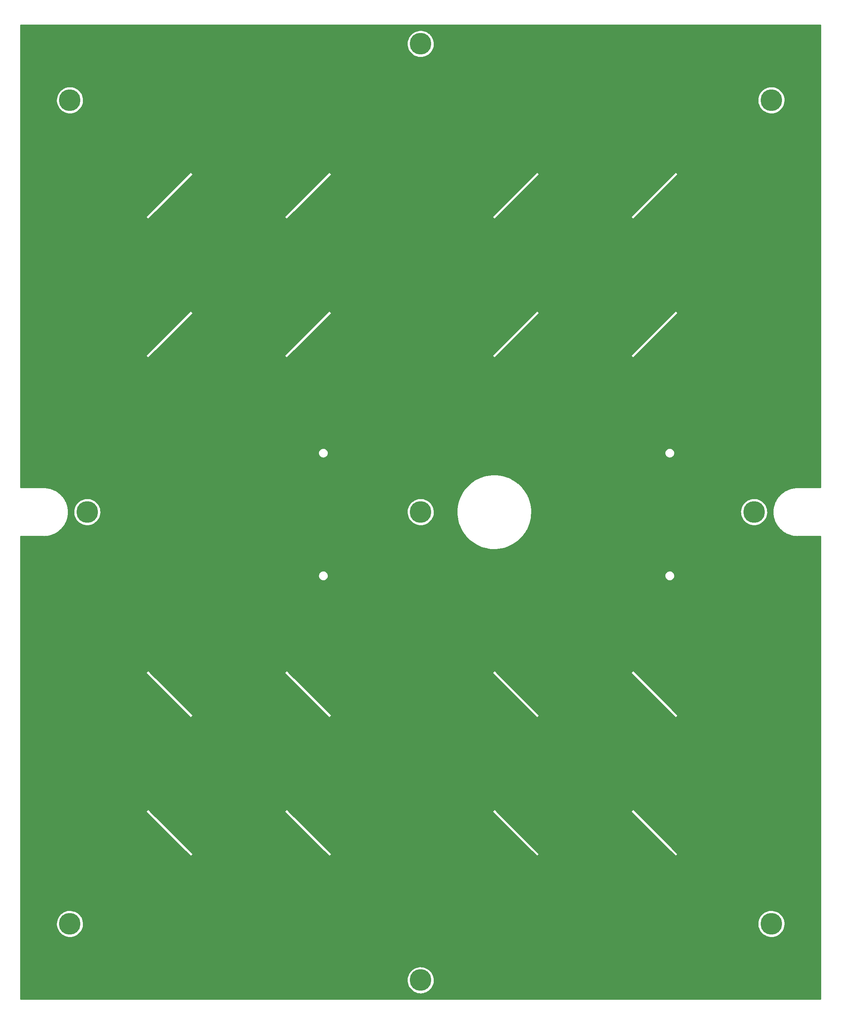
<source format=gbr>
%TF.GenerationSoftware,KiCad,Pcbnew,5.99.0-unknown-64afa3a42e~128~ubuntu20.04.1*%
%TF.CreationDate,2021-05-18T17:39:42-05:00*%
%TF.ProjectId,Feeds,46656564-732e-46b6-9963-61645f706362,rev?*%
%TF.SameCoordinates,Original*%
%TF.FileFunction,Copper,L1,Top*%
%TF.FilePolarity,Positive*%
%FSLAX46Y46*%
G04 Gerber Fmt 4.6, Leading zero omitted, Abs format (unit mm)*
G04 Created by KiCad (PCBNEW 5.99.0-unknown-64afa3a42e~128~ubuntu20.04.1) date 2021-05-18 17:39:42*
%MOMM*%
%LPD*%
G01*
G04 APERTURE LIST*
%TA.AperFunction,ComponentPad*%
%ADD10C,2.900000*%
%TD*%
%TA.AperFunction,ConnectorPad*%
%ADD11C,5.000000*%
%TD*%
%TA.AperFunction,SMDPad,CuDef*%
%ADD12C,1.000000*%
%TD*%
%TA.AperFunction,ViaPad*%
%ADD13C,0.800100*%
%TD*%
%TA.AperFunction,Conductor*%
%ADD14C,0.254000*%
%TD*%
G04 APERTURE END LIST*
D10*
%TO.P,H10,1,1*%
%TO.N,N/C*%
X93000000Y-5000000D03*
D11*
X93000000Y-5000000D03*
%TD*%
D10*
%TO.P,H12,1,1*%
%TO.N,N/C*%
X170000000Y-113000000D03*
D11*
X170000000Y-113000000D03*
%TD*%
%TO.P,H12,1,1*%
%TO.N,N/C*%
X93000000Y-113000000D03*
D10*
X93000000Y-113000000D03*
%TD*%
%TO.P,H4,1,1*%
%TO.N,N/C*%
X174000000Y-208000000D03*
D11*
X174000000Y-208000000D03*
%TD*%
D10*
%TO.P,H9,1,1*%
%TO.N,N/C*%
X93000000Y-221000000D03*
D11*
X93000000Y-221000000D03*
%TD*%
D10*
%TO.P,H2,1,1*%
%TO.N,N/C*%
X174000000Y-18000000D03*
D11*
X174000000Y-18000000D03*
%TD*%
%TO.P,H3,1,1*%
%TO.N,N/C*%
X12000000Y-208000000D03*
D10*
X12000000Y-208000000D03*
%TD*%
D11*
%TO.P,H1,1,1*%
%TO.N,N/C*%
X12000000Y-18000000D03*
D10*
X12000000Y-18000000D03*
%TD*%
D11*
%TO.P,H11,1,1*%
%TO.N,N/C*%
X16000000Y-113000000D03*
D10*
X16000000Y-113000000D03*
%TD*%
D12*
%TO.P,Feed4,2,Shield*%
%TO.N,GND*%
X70530000Y-123704000D03*
%TD*%
%TO.P,Feed1,2,Shield*%
%TO.N,GND*%
X70516000Y-103395000D03*
%TD*%
%TO.P,Feed3,2,Shield*%
%TO.N,GND*%
X150531000Y-123704000D03*
%TD*%
%TO.P,Feed2,2,Shield*%
%TO.N,GND*%
X150516000Y-103395000D03*
%TD*%
D13*
%TO.N,GND*%
X152487000Y-95037000D03*
X152487000Y-97819000D03*
X68559000Y-132063000D03*
X68559000Y-129281000D03*
X148560000Y-132063000D03*
X72487000Y-97818000D03*
X72487000Y-95036000D03*
X148560000Y-129281000D03*
%TD*%
%TO.N,GND*%
D14*
X185366000Y-107366000D02*
X180078879Y-107366000D01*
X180050366Y-107361890D01*
X180030966Y-107360609D01*
X179789573Y-107363338D01*
X179775764Y-107362443D01*
X179756321Y-107362686D01*
X179743268Y-107363861D01*
X179733432Y-107363972D01*
X179715586Y-107365446D01*
X179701596Y-107367611D01*
X179288234Y-107404814D01*
X179271315Y-107405239D01*
X179251974Y-107407224D01*
X179242629Y-107408920D01*
X179236450Y-107409476D01*
X179218770Y-107412345D01*
X179202246Y-107416249D01*
X178789557Y-107491140D01*
X178772740Y-107493080D01*
X178753655Y-107496791D01*
X178744505Y-107499316D01*
X178738390Y-107500426D01*
X178721040Y-107504868D01*
X178704923Y-107510241D01*
X178300619Y-107621821D01*
X178284045Y-107625260D01*
X178265370Y-107630666D01*
X178256479Y-107634003D01*
X178250489Y-107635656D01*
X178233609Y-107641634D01*
X178218039Y-107648429D01*
X177825355Y-107795806D01*
X177809165Y-107800714D01*
X177791049Y-107807773D01*
X177782503Y-107811888D01*
X177776677Y-107814075D01*
X177760399Y-107821544D01*
X177745500Y-107829709D01*
X177367613Y-108011689D01*
X177351922Y-108018031D01*
X177334513Y-108026685D01*
X177326366Y-108031553D01*
X177320767Y-108034249D01*
X177305223Y-108043147D01*
X177291120Y-108052611D01*
X176931062Y-108267735D01*
X176916004Y-108275457D01*
X176899440Y-108285637D01*
X176891763Y-108291215D01*
X176886425Y-108294404D01*
X176871742Y-108304660D01*
X176858550Y-108315345D01*
X176519228Y-108561878D01*
X176504913Y-108570925D01*
X176489331Y-108582547D01*
X176482181Y-108588794D01*
X176477150Y-108592449D01*
X176463447Y-108603978D01*
X176451259Y-108615810D01*
X176135401Y-108891767D01*
X176121966Y-108902052D01*
X176107488Y-108915024D01*
X176100928Y-108921885D01*
X176096241Y-108925980D01*
X176083631Y-108938686D01*
X176072546Y-108951570D01*
X175782709Y-109254715D01*
X175770241Y-109266172D01*
X175756983Y-109280392D01*
X175751067Y-109287811D01*
X175746766Y-109292309D01*
X175735341Y-109306101D01*
X175725471Y-109319906D01*
X175463955Y-109647835D01*
X175452571Y-109660355D01*
X175440638Y-109675709D01*
X175435406Y-109683635D01*
X175431536Y-109688488D01*
X175421392Y-109703249D01*
X175412794Y-109717892D01*
X175181739Y-110067926D01*
X175171514Y-110081428D01*
X175161007Y-110097789D01*
X175156513Y-110106141D01*
X175153084Y-110111335D01*
X175144304Y-110126947D01*
X175137051Y-110142308D01*
X174938304Y-110511638D01*
X174929332Y-110526001D01*
X174920335Y-110543236D01*
X174916603Y-110551967D01*
X174913658Y-110557440D01*
X174906314Y-110573773D01*
X174900468Y-110589717D01*
X174735630Y-110975375D01*
X174727977Y-110990493D01*
X174720561Y-111008464D01*
X174717627Y-111017492D01*
X174715185Y-111023207D01*
X174709335Y-111040132D01*
X174704943Y-111056533D01*
X174575335Y-111455426D01*
X174569071Y-111471161D01*
X174563295Y-111489729D01*
X174561184Y-111498981D01*
X174559263Y-111504891D01*
X174554952Y-111522276D01*
X174552048Y-111539004D01*
X174458715Y-111947920D01*
X174453890Y-111964142D01*
X174449802Y-111983147D01*
X174448528Y-111992550D01*
X174447143Y-111998619D01*
X174444410Y-112016314D01*
X174443017Y-112033232D01*
X174386714Y-112448877D01*
X174383364Y-112465461D01*
X174380996Y-112484755D01*
X174380570Y-112494240D01*
X174379735Y-112500404D01*
X174378599Y-112518271D01*
X174378728Y-112535251D01*
X174359910Y-112954264D01*
X174358059Y-112971087D01*
X174357430Y-112990519D01*
X174357856Y-112999999D01*
X174357577Y-113006206D01*
X174358047Y-113024109D01*
X174359697Y-113041006D01*
X174378515Y-113460014D01*
X174378180Y-113476942D01*
X174379295Y-113496348D01*
X174380570Y-113505761D01*
X174380849Y-113511972D01*
X174382922Y-113529757D01*
X174386079Y-113546430D01*
X174442381Y-113962074D01*
X174443564Y-113978958D01*
X174446416Y-113998193D01*
X174448528Y-114007444D01*
X174449361Y-114013597D01*
X174453020Y-114031133D01*
X174457665Y-114047476D01*
X174550992Y-114456369D01*
X174553685Y-114473089D01*
X174558249Y-114491988D01*
X174561182Y-114501016D01*
X174562566Y-114507078D01*
X174567782Y-114524211D01*
X174573871Y-114540066D01*
X174703480Y-114938966D01*
X174707658Y-114955365D01*
X174713895Y-114973775D01*
X174717627Y-114982506D01*
X174719549Y-114988422D01*
X174726278Y-115005012D01*
X174733755Y-115020241D01*
X174898608Y-115405934D01*
X174904241Y-115421897D01*
X174912105Y-115439674D01*
X174916602Y-115448031D01*
X174919047Y-115453751D01*
X174927236Y-115469673D01*
X174936060Y-115484190D01*
X175134803Y-115853518D01*
X175141851Y-115868926D01*
X175151280Y-115885932D01*
X175156508Y-115893852D01*
X175159451Y-115899321D01*
X175169040Y-115914453D01*
X175179117Y-115928102D01*
X175410182Y-116278151D01*
X175418576Y-116292855D01*
X175429488Y-116308945D01*
X175435412Y-116316374D01*
X175438835Y-116321559D01*
X175449736Y-116335763D01*
X175460996Y-116348455D01*
X175722518Y-116676392D01*
X175732191Y-116690276D01*
X175744501Y-116705322D01*
X175751067Y-116712190D01*
X175754940Y-116717046D01*
X175767070Y-116730217D01*
X175779439Y-116741864D01*
X176069281Y-117045016D01*
X176080164Y-117057982D01*
X176093776Y-117071866D01*
X176100920Y-117078108D01*
X176105220Y-117082605D01*
X176118486Y-117094638D01*
X176131838Y-117105120D01*
X176447701Y-117381083D01*
X176459700Y-117393019D01*
X176474497Y-117405624D01*
X176482188Y-117411212D01*
X176486865Y-117415298D01*
X176501147Y-117426087D01*
X176515385Y-117435331D01*
X176854719Y-117681871D01*
X176867739Y-117692683D01*
X176883610Y-117703913D01*
X176891754Y-117708779D01*
X176896789Y-117712437D01*
X176911989Y-117721907D01*
X176927006Y-117729841D01*
X177287050Y-117944957D01*
X177300996Y-117954565D01*
X177317810Y-117964327D01*
X177326365Y-117968447D01*
X177331701Y-117971635D01*
X177347689Y-117979704D01*
X177363343Y-117986254D01*
X177741244Y-118168242D01*
X177755987Y-118176557D01*
X177773608Y-118184773D01*
X177782497Y-118188109D01*
X177788095Y-118190805D01*
X177804743Y-118197409D01*
X177820924Y-118202530D01*
X178213610Y-118349908D01*
X178229040Y-118356868D01*
X178247327Y-118363472D01*
X178256492Y-118366002D01*
X178262305Y-118368183D01*
X178279472Y-118373267D01*
X178296056Y-118376920D01*
X178700354Y-118488498D01*
X178716356Y-118494051D01*
X178735168Y-118498990D01*
X178744512Y-118500685D01*
X178750492Y-118502336D01*
X178768051Y-118505862D01*
X178784886Y-118508013D01*
X179197575Y-118582903D01*
X179214006Y-118586998D01*
X179233180Y-118590230D01*
X179242637Y-118591081D01*
X179248753Y-118592191D01*
X179266558Y-118594129D01*
X179283537Y-118594762D01*
X179697124Y-118631986D01*
X179710788Y-118634272D01*
X179730154Y-118635991D01*
X179743269Y-118636139D01*
X179753055Y-118637020D01*
X179770963Y-118637353D01*
X179785076Y-118636611D01*
X180027688Y-118639354D01*
X180045563Y-118638283D01*
X180078086Y-118634000D01*
X185366000Y-118634000D01*
X185366000Y-225366000D01*
X634000Y-225366000D01*
X634000Y-220908642D01*
X89862030Y-220908642D01*
X89871112Y-221255461D01*
X89872326Y-221269917D01*
X89921210Y-221613394D01*
X89924077Y-221627613D01*
X90012115Y-221963196D01*
X90016598Y-221976993D01*
X90142624Y-222300232D01*
X90148663Y-222313421D01*
X90311006Y-222620033D01*
X90318520Y-222632441D01*
X90515028Y-222918362D01*
X90523919Y-222929824D01*
X90751988Y-223191264D01*
X90762137Y-223201628D01*
X91018743Y-223435122D01*
X91030017Y-223444252D01*
X91311760Y-223646705D01*
X91324008Y-223654477D01*
X91627153Y-223823206D01*
X91640213Y-223829520D01*
X91960742Y-223962287D01*
X91974441Y-223967057D01*
X92308106Y-224062104D01*
X92322263Y-224065269D01*
X92664641Y-224121336D01*
X92679068Y-224122852D01*
X93025622Y-224139195D01*
X93040127Y-224139043D01*
X93386262Y-224115446D01*
X93400654Y-224113628D01*
X93741783Y-224050403D01*
X93755870Y-224046943D01*
X94087471Y-223944929D01*
X94101067Y-223939872D01*
X94418745Y-223800421D01*
X94431670Y-223793836D01*
X94731215Y-223618796D01*
X94743298Y-223610768D01*
X95020740Y-223402459D01*
X95031820Y-223393096D01*
X95283480Y-223154280D01*
X95293410Y-223143706D01*
X95515953Y-222877547D01*
X95524602Y-222865901D01*
X95715080Y-222575927D01*
X95722333Y-222563364D01*
X95878219Y-222253419D01*
X95883980Y-222240106D01*
X96003208Y-221914298D01*
X96007401Y-221900411D01*
X96088392Y-221563059D01*
X96090960Y-221548783D01*
X96132641Y-221204357D01*
X96133492Y-221193176D01*
X96139438Y-221003957D01*
X96139291Y-220992747D01*
X96119320Y-220646384D01*
X96117653Y-220631974D01*
X96058004Y-220290202D01*
X96054691Y-220276079D01*
X95956155Y-219943427D01*
X95951241Y-219929778D01*
X95815124Y-219610657D01*
X95808675Y-219597664D01*
X95636782Y-219296302D01*
X95628881Y-219284136D01*
X95423489Y-219004529D01*
X95414242Y-218993352D01*
X95178073Y-218739205D01*
X95167604Y-218729165D01*
X94903790Y-218503846D01*
X94892235Y-218495075D01*
X94604272Y-218301572D01*
X94591786Y-218294188D01*
X94283491Y-218135065D01*
X94270239Y-218129165D01*
X93945697Y-218006531D01*
X93931855Y-218002193D01*
X93595370Y-217917673D01*
X93581120Y-217914955D01*
X93237149Y-217869671D01*
X93222682Y-217868609D01*
X92875787Y-217863159D01*
X92861294Y-217863766D01*
X92516071Y-217898224D01*
X92501743Y-217900493D01*
X92162768Y-217974402D01*
X92148796Y-217978303D01*
X91820563Y-218090682D01*
X91807133Y-218096163D01*
X91493991Y-218245524D01*
X91481279Y-218252513D01*
X91187380Y-218436875D01*
X91175555Y-218445278D01*
X90904794Y-218662199D01*
X90894014Y-218671905D01*
X90649979Y-218918509D01*
X90640386Y-218929391D01*
X90426313Y-219202409D01*
X90418034Y-219214320D01*
X90236759Y-219510133D01*
X90229904Y-219522918D01*
X90083831Y-219837607D01*
X90078491Y-219851094D01*
X89969555Y-220180486D01*
X89965801Y-220194498D01*
X89895446Y-220534228D01*
X89893327Y-220548578D01*
X89862486Y-220894143D01*
X89862030Y-220908642D01*
X634000Y-220908642D01*
X634000Y-207908642D01*
X8862030Y-207908642D01*
X8871112Y-208255461D01*
X8872326Y-208269917D01*
X8921210Y-208613394D01*
X8924077Y-208627613D01*
X9012115Y-208963196D01*
X9016598Y-208976993D01*
X9142624Y-209300232D01*
X9148663Y-209313421D01*
X9311006Y-209620033D01*
X9318520Y-209632441D01*
X9515028Y-209918362D01*
X9523919Y-209929824D01*
X9751988Y-210191264D01*
X9762137Y-210201628D01*
X10018743Y-210435122D01*
X10030017Y-210444252D01*
X10311760Y-210646705D01*
X10324008Y-210654477D01*
X10627153Y-210823206D01*
X10640213Y-210829520D01*
X10960742Y-210962287D01*
X10974441Y-210967057D01*
X11308106Y-211062104D01*
X11322263Y-211065269D01*
X11664641Y-211121336D01*
X11679068Y-211122852D01*
X12025622Y-211139195D01*
X12040127Y-211139043D01*
X12386262Y-211115446D01*
X12400654Y-211113628D01*
X12741783Y-211050403D01*
X12755870Y-211046943D01*
X13087471Y-210944929D01*
X13101067Y-210939872D01*
X13418745Y-210800421D01*
X13431670Y-210793836D01*
X13731215Y-210618796D01*
X13743298Y-210610768D01*
X14020740Y-210402459D01*
X14031820Y-210393096D01*
X14283480Y-210154280D01*
X14293410Y-210143706D01*
X14515953Y-209877547D01*
X14524602Y-209865901D01*
X14715080Y-209575927D01*
X14722333Y-209563364D01*
X14878219Y-209253419D01*
X14883980Y-209240106D01*
X15003208Y-208914298D01*
X15007401Y-208900411D01*
X15088392Y-208563059D01*
X15090960Y-208548783D01*
X15132641Y-208204357D01*
X15133492Y-208193176D01*
X15139438Y-208003957D01*
X15139291Y-207992747D01*
X15134442Y-207908642D01*
X170862030Y-207908642D01*
X170871112Y-208255461D01*
X170872326Y-208269917D01*
X170921210Y-208613394D01*
X170924077Y-208627613D01*
X171012115Y-208963196D01*
X171016598Y-208976993D01*
X171142624Y-209300232D01*
X171148663Y-209313421D01*
X171311006Y-209620033D01*
X171318520Y-209632441D01*
X171515028Y-209918362D01*
X171523919Y-209929824D01*
X171751988Y-210191264D01*
X171762137Y-210201628D01*
X172018743Y-210435122D01*
X172030017Y-210444252D01*
X172311760Y-210646705D01*
X172324008Y-210654477D01*
X172627153Y-210823206D01*
X172640213Y-210829520D01*
X172960742Y-210962287D01*
X172974441Y-210967057D01*
X173308106Y-211062104D01*
X173322263Y-211065269D01*
X173664641Y-211121336D01*
X173679068Y-211122852D01*
X174025622Y-211139195D01*
X174040127Y-211139043D01*
X174386262Y-211115446D01*
X174400654Y-211113628D01*
X174741783Y-211050403D01*
X174755870Y-211046943D01*
X175087471Y-210944929D01*
X175101067Y-210939872D01*
X175418745Y-210800421D01*
X175431670Y-210793836D01*
X175731215Y-210618796D01*
X175743298Y-210610768D01*
X176020740Y-210402459D01*
X176031820Y-210393096D01*
X176283480Y-210154280D01*
X176293410Y-210143706D01*
X176515953Y-209877547D01*
X176524602Y-209865901D01*
X176715080Y-209575927D01*
X176722333Y-209563364D01*
X176878219Y-209253419D01*
X176883980Y-209240106D01*
X177003208Y-208914298D01*
X177007401Y-208900411D01*
X177088392Y-208563059D01*
X177090960Y-208548783D01*
X177132641Y-208204357D01*
X177133492Y-208193176D01*
X177139438Y-208003957D01*
X177139291Y-207992747D01*
X177119320Y-207646384D01*
X177117653Y-207631974D01*
X177058004Y-207290202D01*
X177054691Y-207276079D01*
X176956155Y-206943427D01*
X176951241Y-206929778D01*
X176815124Y-206610657D01*
X176808675Y-206597664D01*
X176636782Y-206296302D01*
X176628881Y-206284136D01*
X176423489Y-206004529D01*
X176414242Y-205993352D01*
X176178073Y-205739205D01*
X176167604Y-205729165D01*
X175903790Y-205503846D01*
X175892235Y-205495075D01*
X175604272Y-205301572D01*
X175591786Y-205294188D01*
X175283491Y-205135065D01*
X175270239Y-205129165D01*
X174945697Y-205006531D01*
X174931855Y-205002193D01*
X174595370Y-204917673D01*
X174581120Y-204914955D01*
X174237149Y-204869671D01*
X174222682Y-204868609D01*
X173875787Y-204863159D01*
X173861294Y-204863766D01*
X173516071Y-204898224D01*
X173501743Y-204900493D01*
X173162768Y-204974402D01*
X173148796Y-204978303D01*
X172820563Y-205090682D01*
X172807133Y-205096163D01*
X172493991Y-205245524D01*
X172481279Y-205252513D01*
X172187380Y-205436875D01*
X172175555Y-205445278D01*
X171904794Y-205662199D01*
X171894014Y-205671905D01*
X171649979Y-205918509D01*
X171640386Y-205929391D01*
X171426313Y-206202409D01*
X171418034Y-206214320D01*
X171236759Y-206510133D01*
X171229904Y-206522918D01*
X171083831Y-206837607D01*
X171078491Y-206851094D01*
X170969555Y-207180486D01*
X170965801Y-207194498D01*
X170895446Y-207534228D01*
X170893327Y-207548578D01*
X170862486Y-207894143D01*
X170862030Y-207908642D01*
X15134442Y-207908642D01*
X15119320Y-207646384D01*
X15117653Y-207631974D01*
X15058004Y-207290202D01*
X15054691Y-207276079D01*
X14956155Y-206943427D01*
X14951241Y-206929778D01*
X14815124Y-206610657D01*
X14808675Y-206597664D01*
X14636782Y-206296302D01*
X14628881Y-206284136D01*
X14423489Y-206004529D01*
X14414242Y-205993352D01*
X14178073Y-205739205D01*
X14167604Y-205729165D01*
X13903790Y-205503846D01*
X13892235Y-205495075D01*
X13604272Y-205301572D01*
X13591786Y-205294188D01*
X13283491Y-205135065D01*
X13270239Y-205129165D01*
X12945697Y-205006531D01*
X12931855Y-205002193D01*
X12595370Y-204917673D01*
X12581120Y-204914955D01*
X12237149Y-204869671D01*
X12222682Y-204868609D01*
X11875787Y-204863159D01*
X11861294Y-204863766D01*
X11516071Y-204898224D01*
X11501743Y-204900493D01*
X11162768Y-204974402D01*
X11148796Y-204978303D01*
X10820563Y-205090682D01*
X10807133Y-205096163D01*
X10493991Y-205245524D01*
X10481279Y-205252513D01*
X10187380Y-205436875D01*
X10175555Y-205445278D01*
X9904794Y-205662199D01*
X9894014Y-205671905D01*
X9649979Y-205918509D01*
X9640386Y-205929391D01*
X9426313Y-206202409D01*
X9418034Y-206214320D01*
X9236759Y-206510133D01*
X9229904Y-206522918D01*
X9083831Y-206837607D01*
X9078491Y-206851094D01*
X8969555Y-207180486D01*
X8965801Y-207194498D01*
X8895446Y-207534228D01*
X8893327Y-207548578D01*
X8862486Y-207894143D01*
X8862030Y-207908642D01*
X634000Y-207908642D01*
X634000Y-182068123D01*
X29585493Y-182068123D01*
X29590558Y-182138938D01*
X29619519Y-182184001D01*
X39815999Y-192380481D01*
X39878311Y-192414507D01*
X39949126Y-192409442D01*
X39994189Y-192380481D01*
X40380481Y-191994189D01*
X40414507Y-191931877D01*
X40409442Y-191861062D01*
X40380481Y-191815999D01*
X30632605Y-182068123D01*
X61585493Y-182068123D01*
X61590558Y-182138938D01*
X61619519Y-182184001D01*
X71815999Y-192380481D01*
X71878311Y-192414507D01*
X71949126Y-192409442D01*
X71994189Y-192380481D01*
X72380481Y-191994189D01*
X72414507Y-191931877D01*
X72409442Y-191861062D01*
X72380481Y-191815999D01*
X62632605Y-182068123D01*
X109585493Y-182068123D01*
X109590558Y-182138938D01*
X109619519Y-182184001D01*
X119815999Y-192380481D01*
X119878311Y-192414507D01*
X119949126Y-192409442D01*
X119994189Y-192380481D01*
X120380481Y-191994189D01*
X120414507Y-191931877D01*
X120409442Y-191861062D01*
X120380481Y-191815999D01*
X110632605Y-182068123D01*
X141585493Y-182068123D01*
X141590558Y-182138938D01*
X141619519Y-182184001D01*
X151815999Y-192380481D01*
X151878311Y-192414507D01*
X151949126Y-192409442D01*
X151994189Y-192380481D01*
X152380481Y-191994189D01*
X152414507Y-191931877D01*
X152409442Y-191861062D01*
X152380481Y-191815999D01*
X142184001Y-181619519D01*
X142121689Y-181585493D01*
X142050874Y-181590558D01*
X142005811Y-181619519D01*
X141619519Y-182005811D01*
X141585493Y-182068123D01*
X110632605Y-182068123D01*
X110184001Y-181619519D01*
X110121689Y-181585493D01*
X110050874Y-181590558D01*
X110005811Y-181619519D01*
X109619519Y-182005811D01*
X109585493Y-182068123D01*
X62632605Y-182068123D01*
X62184001Y-181619519D01*
X62121689Y-181585493D01*
X62050874Y-181590558D01*
X62005811Y-181619519D01*
X61619519Y-182005811D01*
X61585493Y-182068123D01*
X30632605Y-182068123D01*
X30184001Y-181619519D01*
X30121689Y-181585493D01*
X30050874Y-181590558D01*
X30005811Y-181619519D01*
X29619519Y-182005811D01*
X29585493Y-182068123D01*
X634000Y-182068123D01*
X634000Y-150068123D01*
X29585493Y-150068123D01*
X29590558Y-150138938D01*
X29619519Y-150184001D01*
X39815999Y-160380481D01*
X39878311Y-160414507D01*
X39949126Y-160409442D01*
X39994189Y-160380481D01*
X40380481Y-159994189D01*
X40414507Y-159931877D01*
X40409442Y-159861062D01*
X40380481Y-159815999D01*
X30632605Y-150068123D01*
X61585493Y-150068123D01*
X61590558Y-150138938D01*
X61619519Y-150184001D01*
X71815999Y-160380481D01*
X71878311Y-160414507D01*
X71949126Y-160409442D01*
X71994189Y-160380481D01*
X72380481Y-159994189D01*
X72414507Y-159931877D01*
X72409442Y-159861062D01*
X72380481Y-159815999D01*
X62632605Y-150068123D01*
X109585493Y-150068123D01*
X109590558Y-150138938D01*
X109619519Y-150184001D01*
X119815999Y-160380481D01*
X119878311Y-160414507D01*
X119949126Y-160409442D01*
X119994189Y-160380481D01*
X120380481Y-159994189D01*
X120414507Y-159931877D01*
X120409442Y-159861062D01*
X120380481Y-159815999D01*
X110632605Y-150068123D01*
X141585493Y-150068123D01*
X141590558Y-150138938D01*
X141619519Y-150184001D01*
X151815999Y-160380481D01*
X151878311Y-160414507D01*
X151949126Y-160409442D01*
X151994189Y-160380481D01*
X152380481Y-159994189D01*
X152414507Y-159931877D01*
X152409442Y-159861062D01*
X152380481Y-159815999D01*
X142184001Y-149619519D01*
X142121689Y-149585493D01*
X142050874Y-149590558D01*
X142005811Y-149619519D01*
X141619519Y-150005811D01*
X141585493Y-150068123D01*
X110632605Y-150068123D01*
X110184001Y-149619519D01*
X110121689Y-149585493D01*
X110050874Y-149590558D01*
X110005811Y-149619519D01*
X109619519Y-150005811D01*
X109585493Y-150068123D01*
X62632605Y-150068123D01*
X62184001Y-149619519D01*
X62121689Y-149585493D01*
X62050874Y-149590558D01*
X62005811Y-149619519D01*
X61619519Y-150005811D01*
X61585493Y-150068123D01*
X30632605Y-150068123D01*
X30184001Y-149619519D01*
X30121689Y-149585493D01*
X30050874Y-149590558D01*
X30005811Y-149619519D01*
X29619519Y-150005811D01*
X29585493Y-150068123D01*
X634000Y-150068123D01*
X634000Y-127708344D01*
X69391044Y-127708344D01*
X69408971Y-127905331D01*
X69413578Y-127929486D01*
X69469425Y-128119239D01*
X69478637Y-128142039D01*
X69570277Y-128317330D01*
X69583742Y-128337907D01*
X69707685Y-128492061D01*
X69724891Y-128509631D01*
X69876415Y-128636775D01*
X69896705Y-128650668D01*
X70070039Y-128745959D01*
X70092641Y-128755646D01*
X70281183Y-128815455D01*
X70305237Y-128820568D01*
X70458110Y-128837715D01*
X70472155Y-128838500D01*
X70580994Y-128838500D01*
X70593289Y-128837899D01*
X70739152Y-128823597D01*
X70763275Y-128818820D01*
X70952633Y-128761649D01*
X70975368Y-128752279D01*
X71150015Y-128659418D01*
X71170498Y-128645809D01*
X71323783Y-128520793D01*
X71341232Y-128503465D01*
X71467315Y-128351057D01*
X71481066Y-128330670D01*
X71575144Y-128156675D01*
X71584673Y-128134007D01*
X71643165Y-127945052D01*
X71648110Y-127920962D01*
X71668785Y-127724246D01*
X71668896Y-127708344D01*
X149392044Y-127708344D01*
X149409971Y-127905331D01*
X149414578Y-127929486D01*
X149470425Y-128119239D01*
X149479637Y-128142039D01*
X149571277Y-128317330D01*
X149584742Y-128337907D01*
X149708685Y-128492061D01*
X149725891Y-128509631D01*
X149877415Y-128636775D01*
X149897705Y-128650668D01*
X150071039Y-128745959D01*
X150093641Y-128755646D01*
X150282183Y-128815455D01*
X150306237Y-128820568D01*
X150459110Y-128837715D01*
X150473155Y-128838500D01*
X150581994Y-128838500D01*
X150594289Y-128837899D01*
X150740152Y-128823597D01*
X150764275Y-128818820D01*
X150953633Y-128761649D01*
X150976368Y-128752279D01*
X151151015Y-128659418D01*
X151171498Y-128645809D01*
X151324783Y-128520793D01*
X151342232Y-128503465D01*
X151468315Y-128351057D01*
X151482066Y-128330670D01*
X151576144Y-128156675D01*
X151585673Y-128134007D01*
X151644165Y-127945052D01*
X151649110Y-127920962D01*
X151669785Y-127724246D01*
X151669956Y-127699656D01*
X151652029Y-127502669D01*
X151647422Y-127478514D01*
X151591575Y-127288761D01*
X151582363Y-127265961D01*
X151490723Y-127090670D01*
X151477258Y-127070093D01*
X151353315Y-126915939D01*
X151336109Y-126898369D01*
X151184585Y-126771225D01*
X151164295Y-126757332D01*
X150990961Y-126662041D01*
X150968359Y-126652354D01*
X150779817Y-126592545D01*
X150755763Y-126587432D01*
X150602890Y-126570285D01*
X150588845Y-126569500D01*
X150480006Y-126569500D01*
X150467711Y-126570101D01*
X150321848Y-126584403D01*
X150297725Y-126589180D01*
X150108367Y-126646351D01*
X150085632Y-126655721D01*
X149910985Y-126748582D01*
X149890502Y-126762191D01*
X149737217Y-126887207D01*
X149719768Y-126904535D01*
X149593685Y-127056943D01*
X149579934Y-127077330D01*
X149485856Y-127251325D01*
X149476327Y-127273993D01*
X149417835Y-127462948D01*
X149412890Y-127487038D01*
X149392215Y-127683754D01*
X149392044Y-127708344D01*
X71668896Y-127708344D01*
X71668956Y-127699656D01*
X71651029Y-127502669D01*
X71646422Y-127478514D01*
X71590575Y-127288761D01*
X71581363Y-127265961D01*
X71489723Y-127090670D01*
X71476258Y-127070093D01*
X71352315Y-126915939D01*
X71335109Y-126898369D01*
X71183585Y-126771225D01*
X71163295Y-126757332D01*
X70989961Y-126662041D01*
X70967359Y-126652354D01*
X70778817Y-126592545D01*
X70754763Y-126587432D01*
X70601890Y-126570285D01*
X70587845Y-126569500D01*
X70479006Y-126569500D01*
X70466711Y-126570101D01*
X70320848Y-126584403D01*
X70296725Y-126589180D01*
X70107367Y-126646351D01*
X70084632Y-126655721D01*
X69909985Y-126748582D01*
X69889502Y-126762191D01*
X69736217Y-126887207D01*
X69718768Y-126904535D01*
X69592685Y-127056943D01*
X69578934Y-127077330D01*
X69484856Y-127251325D01*
X69475327Y-127273993D01*
X69416835Y-127462948D01*
X69411890Y-127487038D01*
X69391215Y-127683754D01*
X69391044Y-127708344D01*
X634000Y-127708344D01*
X634000Y-118634000D01*
X5921121Y-118634000D01*
X5949634Y-118638110D01*
X5969034Y-118639391D01*
X6210427Y-118636662D01*
X6224236Y-118637557D01*
X6243679Y-118637314D01*
X6256732Y-118636139D01*
X6266568Y-118636028D01*
X6284414Y-118634554D01*
X6298405Y-118632389D01*
X6711768Y-118595185D01*
X6728679Y-118594761D01*
X6748026Y-118592776D01*
X6757371Y-118591080D01*
X6763550Y-118590524D01*
X6781230Y-118587655D01*
X6797754Y-118583751D01*
X7210434Y-118508861D01*
X7227257Y-118506921D01*
X7246342Y-118503210D01*
X7255494Y-118500684D01*
X7261612Y-118499574D01*
X7278961Y-118495132D01*
X7295086Y-118489756D01*
X7699380Y-118378179D01*
X7715955Y-118374740D01*
X7734630Y-118369334D01*
X7743521Y-118365997D01*
X7749511Y-118364344D01*
X7766389Y-118358367D01*
X7781963Y-118351570D01*
X8174628Y-118204200D01*
X8190838Y-118199286D01*
X8208948Y-118192229D01*
X8217507Y-118188108D01*
X8223327Y-118185923D01*
X8239599Y-118178457D01*
X8254501Y-118170291D01*
X8632360Y-117988323D01*
X8648077Y-117981971D01*
X8665488Y-117973315D01*
X8673643Y-117968442D01*
X8679232Y-117965751D01*
X8694780Y-117956851D01*
X8708870Y-117947395D01*
X9068935Y-117732268D01*
X9083997Y-117724543D01*
X9100560Y-117714363D01*
X9108237Y-117708785D01*
X9113575Y-117705596D01*
X9128258Y-117695340D01*
X9141450Y-117684655D01*
X9480772Y-117438122D01*
X9495087Y-117429075D01*
X9510669Y-117417453D01*
X9517819Y-117411206D01*
X9522850Y-117407551D01*
X9536553Y-117396022D01*
X9548741Y-117384190D01*
X9864588Y-117108243D01*
X9878036Y-117097948D01*
X9892516Y-117084973D01*
X9899075Y-117078113D01*
X9903755Y-117074024D01*
X9916371Y-117061312D01*
X9927448Y-117048437D01*
X10217292Y-116745284D01*
X10229759Y-116733828D01*
X10243017Y-116719608D01*
X10248933Y-116712189D01*
X10253234Y-116707691D01*
X10264659Y-116693899D01*
X10274538Y-116680082D01*
X10536035Y-116352176D01*
X10547431Y-116339643D01*
X10559362Y-116324291D01*
X10564594Y-116316365D01*
X10568464Y-116311512D01*
X10578609Y-116296750D01*
X10587211Y-116282100D01*
X10818261Y-115932073D01*
X10828485Y-115918573D01*
X10838993Y-115902211D01*
X10843487Y-115893859D01*
X10846916Y-115888665D01*
X10855694Y-115873057D01*
X10862950Y-115857692D01*
X11061697Y-115488359D01*
X11070667Y-115474000D01*
X11079665Y-115456765D01*
X11083395Y-115448038D01*
X11086343Y-115442560D01*
X11093685Y-115426230D01*
X11099526Y-115410299D01*
X11264373Y-115024618D01*
X11272023Y-115009507D01*
X11279440Y-114991534D01*
X11282377Y-114982493D01*
X11284813Y-114976795D01*
X11290664Y-114959869D01*
X11295054Y-114943480D01*
X11424665Y-114544576D01*
X11430930Y-114528837D01*
X11436705Y-114510271D01*
X11438816Y-114501019D01*
X11440737Y-114495109D01*
X11445048Y-114477724D01*
X11447952Y-114460996D01*
X11541285Y-114052080D01*
X11546110Y-114035858D01*
X11550198Y-114016853D01*
X11551472Y-114007450D01*
X11552857Y-114001381D01*
X11555590Y-113983686D01*
X11556983Y-113966768D01*
X11613286Y-113551123D01*
X11616636Y-113534539D01*
X11619004Y-113515245D01*
X11619430Y-113505760D01*
X11620265Y-113499596D01*
X11621401Y-113481729D01*
X11621272Y-113464749D01*
X11640090Y-113045736D01*
X11641941Y-113028913D01*
X11642570Y-113009481D01*
X11642144Y-113000000D01*
X11642423Y-112993794D01*
X11641953Y-112975891D01*
X11640303Y-112958994D01*
X11638042Y-112908642D01*
X12862030Y-112908642D01*
X12871112Y-113255461D01*
X12872326Y-113269917D01*
X12921210Y-113613394D01*
X12924077Y-113627613D01*
X13012115Y-113963196D01*
X13016598Y-113976993D01*
X13142624Y-114300232D01*
X13148663Y-114313421D01*
X13311006Y-114620033D01*
X13318520Y-114632441D01*
X13515028Y-114918362D01*
X13523919Y-114929824D01*
X13751988Y-115191264D01*
X13762137Y-115201628D01*
X14018743Y-115435122D01*
X14030017Y-115444252D01*
X14311760Y-115646705D01*
X14324008Y-115654477D01*
X14627153Y-115823206D01*
X14640213Y-115829520D01*
X14960742Y-115962287D01*
X14974441Y-115967057D01*
X15308106Y-116062104D01*
X15322263Y-116065269D01*
X15664641Y-116121336D01*
X15679068Y-116122852D01*
X16025622Y-116139195D01*
X16040127Y-116139043D01*
X16386262Y-116115446D01*
X16400654Y-116113628D01*
X16741783Y-116050403D01*
X16755870Y-116046943D01*
X17087471Y-115944929D01*
X17101067Y-115939872D01*
X17418745Y-115800421D01*
X17431670Y-115793836D01*
X17731215Y-115618796D01*
X17743298Y-115610768D01*
X18020740Y-115402459D01*
X18031820Y-115393096D01*
X18283480Y-115154280D01*
X18293410Y-115143706D01*
X18515953Y-114877547D01*
X18524602Y-114865901D01*
X18715080Y-114575927D01*
X18722333Y-114563364D01*
X18878219Y-114253419D01*
X18883980Y-114240106D01*
X19003208Y-113914298D01*
X19007401Y-113900411D01*
X19088392Y-113563059D01*
X19090960Y-113548783D01*
X19132641Y-113204357D01*
X19133492Y-113193176D01*
X19139438Y-113003957D01*
X19139291Y-112992747D01*
X19134442Y-112908642D01*
X89862030Y-112908642D01*
X89871112Y-113255461D01*
X89872326Y-113269917D01*
X89921210Y-113613394D01*
X89924077Y-113627613D01*
X90012115Y-113963196D01*
X90016598Y-113976993D01*
X90142624Y-114300232D01*
X90148663Y-114313421D01*
X90311006Y-114620033D01*
X90318520Y-114632441D01*
X90515028Y-114918362D01*
X90523919Y-114929824D01*
X90751988Y-115191264D01*
X90762137Y-115201628D01*
X91018743Y-115435122D01*
X91030017Y-115444252D01*
X91311760Y-115646705D01*
X91324008Y-115654477D01*
X91627153Y-115823206D01*
X91640213Y-115829520D01*
X91960742Y-115962287D01*
X91974441Y-115967057D01*
X92308106Y-116062104D01*
X92322263Y-116065269D01*
X92664641Y-116121336D01*
X92679068Y-116122852D01*
X93025622Y-116139195D01*
X93040127Y-116139043D01*
X93386262Y-116115446D01*
X93400654Y-116113628D01*
X93741783Y-116050403D01*
X93755870Y-116046943D01*
X94087471Y-115944929D01*
X94101067Y-115939872D01*
X94418745Y-115800421D01*
X94431670Y-115793836D01*
X94731215Y-115618796D01*
X94743298Y-115610768D01*
X95020740Y-115402459D01*
X95031820Y-115393096D01*
X95283480Y-115154280D01*
X95293410Y-115143706D01*
X95515953Y-114877547D01*
X95524602Y-114865901D01*
X95715080Y-114575927D01*
X95722333Y-114563364D01*
X95878219Y-114253419D01*
X95883980Y-114240106D01*
X96003208Y-113914298D01*
X96007401Y-113900411D01*
X96088392Y-113563059D01*
X96090960Y-113548783D01*
X96132641Y-113204357D01*
X96133492Y-113193176D01*
X96139438Y-113003957D01*
X96139291Y-112992747D01*
X96134740Y-112913822D01*
X101361502Y-112913822D01*
X101364836Y-113055307D01*
X101375151Y-113493011D01*
X101375645Y-113501572D01*
X101428657Y-114078491D01*
X101429731Y-114086998D01*
X101521859Y-114658976D01*
X101523510Y-114667391D01*
X101654327Y-115231778D01*
X101656547Y-115240061D01*
X101825449Y-115794243D01*
X101828226Y-115802355D01*
X102034430Y-116343766D01*
X102037753Y-116351671D01*
X102280303Y-116877804D01*
X102284156Y-116885465D01*
X102561930Y-117393882D01*
X102566295Y-117401263D01*
X102878006Y-117889609D01*
X102882863Y-117896675D01*
X103227067Y-118362690D01*
X103232393Y-118369410D01*
X103607495Y-118810935D01*
X103613266Y-118817278D01*
X104017531Y-119232267D01*
X104023720Y-119238202D01*
X104455274Y-119624734D01*
X104461852Y-119630234D01*
X104918697Y-119986519D01*
X104925635Y-119991559D01*
X105405655Y-120315946D01*
X105412919Y-120320503D01*
X105913890Y-120611490D01*
X105921447Y-120615542D01*
X106441050Y-120871782D01*
X106448865Y-120875311D01*
X106984693Y-121095617D01*
X106992730Y-121098606D01*
X107542301Y-121281956D01*
X107550523Y-121284391D01*
X108111293Y-121429938D01*
X108119661Y-121431809D01*
X108689031Y-121538878D01*
X108697507Y-121540175D01*
X109272841Y-121608271D01*
X109281386Y-121608988D01*
X109860019Y-121637794D01*
X109868593Y-121637929D01*
X110447845Y-121627312D01*
X110456408Y-121626863D01*
X111033597Y-121576873D01*
X111042110Y-121575843D01*
X111614562Y-121486711D01*
X111622985Y-121485104D01*
X112188049Y-121357243D01*
X112196343Y-121355067D01*
X112751403Y-121189069D01*
X112759530Y-121186334D01*
X113302013Y-120982968D01*
X113309935Y-120979687D01*
X113837330Y-120739895D01*
X113845011Y-120736082D01*
X114354876Y-120460974D01*
X114362279Y-120456648D01*
X114852251Y-120147499D01*
X114859344Y-120142679D01*
X115327154Y-119800920D01*
X115333901Y-119795629D01*
X115777384Y-119422843D01*
X115783757Y-119417105D01*
X116200857Y-119015019D01*
X116206824Y-119008861D01*
X116595611Y-118579336D01*
X116601146Y-118572787D01*
X116959817Y-118117814D01*
X116964893Y-118110903D01*
X117291790Y-117632589D01*
X117296385Y-117625349D01*
X117589991Y-117125908D01*
X117594083Y-117118372D01*
X117853040Y-116600117D01*
X117856609Y-116592321D01*
X118079717Y-116057654D01*
X118082748Y-116049632D01*
X118268974Y-115501029D01*
X118271453Y-115492820D01*
X118419934Y-114932820D01*
X118421848Y-114924462D01*
X118531897Y-114355661D01*
X118533238Y-114347192D01*
X118604345Y-113772222D01*
X118605108Y-113763681D01*
X118636943Y-113185207D01*
X118637126Y-113179602D01*
X118638993Y-113001319D01*
X118638927Y-112995712D01*
X118635962Y-112908642D01*
X166862030Y-112908642D01*
X166871112Y-113255461D01*
X166872326Y-113269917D01*
X166921210Y-113613394D01*
X166924077Y-113627613D01*
X167012115Y-113963196D01*
X167016598Y-113976993D01*
X167142624Y-114300232D01*
X167148663Y-114313421D01*
X167311006Y-114620033D01*
X167318520Y-114632441D01*
X167515028Y-114918362D01*
X167523919Y-114929824D01*
X167751988Y-115191264D01*
X167762137Y-115201628D01*
X168018743Y-115435122D01*
X168030017Y-115444252D01*
X168311760Y-115646705D01*
X168324008Y-115654477D01*
X168627153Y-115823206D01*
X168640213Y-115829520D01*
X168960742Y-115962287D01*
X168974441Y-115967057D01*
X169308106Y-116062104D01*
X169322263Y-116065269D01*
X169664641Y-116121336D01*
X169679068Y-116122852D01*
X170025622Y-116139195D01*
X170040127Y-116139043D01*
X170386262Y-116115446D01*
X170400654Y-116113628D01*
X170741783Y-116050403D01*
X170755870Y-116046943D01*
X171087471Y-115944929D01*
X171101067Y-115939872D01*
X171418745Y-115800421D01*
X171431670Y-115793836D01*
X171731215Y-115618796D01*
X171743298Y-115610768D01*
X172020740Y-115402459D01*
X172031820Y-115393096D01*
X172283480Y-115154280D01*
X172293410Y-115143706D01*
X172515953Y-114877547D01*
X172524602Y-114865901D01*
X172715080Y-114575927D01*
X172722333Y-114563364D01*
X172878219Y-114253419D01*
X172883980Y-114240106D01*
X173003208Y-113914298D01*
X173007401Y-113900411D01*
X173088392Y-113563059D01*
X173090960Y-113548783D01*
X173132641Y-113204357D01*
X173133492Y-113193176D01*
X173139438Y-113003957D01*
X173139291Y-112992747D01*
X173119320Y-112646384D01*
X173117653Y-112631974D01*
X173058004Y-112290202D01*
X173054691Y-112276079D01*
X172956155Y-111943427D01*
X172951241Y-111929778D01*
X172815124Y-111610657D01*
X172808675Y-111597664D01*
X172636782Y-111296302D01*
X172628881Y-111284136D01*
X172423489Y-111004529D01*
X172414242Y-110993352D01*
X172178073Y-110739205D01*
X172167604Y-110729165D01*
X171903790Y-110503846D01*
X171892235Y-110495075D01*
X171604272Y-110301572D01*
X171591786Y-110294188D01*
X171283491Y-110135065D01*
X171270239Y-110129165D01*
X170945697Y-110006531D01*
X170931855Y-110002193D01*
X170595370Y-109917673D01*
X170581120Y-109914955D01*
X170237149Y-109869671D01*
X170222682Y-109868609D01*
X169875787Y-109863159D01*
X169861294Y-109863766D01*
X169516071Y-109898224D01*
X169501743Y-109900493D01*
X169162768Y-109974402D01*
X169148796Y-109978303D01*
X168820563Y-110090682D01*
X168807133Y-110096163D01*
X168493991Y-110245524D01*
X168481279Y-110252513D01*
X168187380Y-110436875D01*
X168175555Y-110445278D01*
X167904794Y-110662199D01*
X167894014Y-110671905D01*
X167649979Y-110918509D01*
X167640386Y-110929391D01*
X167426313Y-111202409D01*
X167418034Y-111214320D01*
X167236759Y-111510133D01*
X167229904Y-111522918D01*
X167083831Y-111837607D01*
X167078491Y-111851094D01*
X166969555Y-112180486D01*
X166965801Y-112194498D01*
X166895446Y-112534228D01*
X166893327Y-112548578D01*
X166862486Y-112894143D01*
X166862030Y-112908642D01*
X118635962Y-112908642D01*
X118619213Y-112416698D01*
X118618630Y-112408144D01*
X118559580Y-111831811D01*
X118558416Y-111823315D01*
X118460304Y-111252334D01*
X118458565Y-111243937D01*
X118321844Y-110680951D01*
X118319538Y-110672692D01*
X118144842Y-110120308D01*
X118141980Y-110112225D01*
X117930118Y-109573003D01*
X117926712Y-109565134D01*
X117678666Y-109041570D01*
X117674733Y-109033950D01*
X117391650Y-108528470D01*
X117387209Y-108521135D01*
X117070402Y-108036079D01*
X117065471Y-108029063D01*
X116716406Y-107566679D01*
X116711010Y-107560016D01*
X116331304Y-107122443D01*
X116325466Y-107116161D01*
X115916878Y-106705428D01*
X115910628Y-106699558D01*
X115475049Y-106317566D01*
X115468413Y-106312135D01*
X115007863Y-105960654D01*
X115000873Y-105955687D01*
X114517482Y-105636344D01*
X114510171Y-105631863D01*
X114006180Y-105346138D01*
X113998581Y-105342166D01*
X113476323Y-105091381D01*
X113468471Y-105087934D01*
X112930366Y-104873252D01*
X112922298Y-104870347D01*
X112370837Y-104692761D01*
X112362590Y-104690412D01*
X111800327Y-104550745D01*
X111791940Y-104548962D01*
X111221480Y-104447862D01*
X111212991Y-104446654D01*
X110636976Y-104384587D01*
X110628424Y-104383959D01*
X110049521Y-104361214D01*
X110040946Y-104361169D01*
X109461836Y-104377850D01*
X109453278Y-104378389D01*
X108876645Y-104434421D01*
X108868144Y-104435540D01*
X108296656Y-104530661D01*
X108288250Y-104532356D01*
X107724556Y-104666128D01*
X107716285Y-104668390D01*
X107162994Y-104840191D01*
X107154896Y-104843012D01*
X106614572Y-105052048D01*
X106606685Y-105055412D01*
X106081830Y-105300713D01*
X106074189Y-105304606D01*
X105567233Y-105585038D01*
X105559875Y-105589441D01*
X105073167Y-105903705D01*
X105066126Y-105908599D01*
X104601920Y-106255238D01*
X104595228Y-106260599D01*
X104155674Y-106638008D01*
X104149362Y-106643813D01*
X103736495Y-107050245D01*
X103730592Y-107056465D01*
X103346325Y-107490038D01*
X103340860Y-107496645D01*
X102986972Y-107955349D01*
X102981968Y-107962312D01*
X102660099Y-108444023D01*
X102655580Y-108451311D01*
X102367219Y-108953799D01*
X102363207Y-108961377D01*
X102109692Y-109482315D01*
X102106204Y-109490149D01*
X101888707Y-110027123D01*
X101885760Y-110035175D01*
X101705289Y-110585699D01*
X101702897Y-110593934D01*
X101560288Y-111155457D01*
X101558461Y-111163835D01*
X101454375Y-111733758D01*
X101453123Y-111742241D01*
X101388041Y-112317924D01*
X101387368Y-112326472D01*
X101361592Y-112905248D01*
X101361502Y-112913822D01*
X96134740Y-112913822D01*
X96119320Y-112646384D01*
X96117653Y-112631974D01*
X96058004Y-112290202D01*
X96054691Y-112276079D01*
X95956155Y-111943427D01*
X95951241Y-111929778D01*
X95815124Y-111610657D01*
X95808675Y-111597664D01*
X95636782Y-111296302D01*
X95628881Y-111284136D01*
X95423489Y-111004529D01*
X95414242Y-110993352D01*
X95178073Y-110739205D01*
X95167604Y-110729165D01*
X94903790Y-110503846D01*
X94892235Y-110495075D01*
X94604272Y-110301572D01*
X94591786Y-110294188D01*
X94283491Y-110135065D01*
X94270239Y-110129165D01*
X93945697Y-110006531D01*
X93931855Y-110002193D01*
X93595370Y-109917673D01*
X93581120Y-109914955D01*
X93237149Y-109869671D01*
X93222682Y-109868609D01*
X92875787Y-109863159D01*
X92861294Y-109863766D01*
X92516071Y-109898224D01*
X92501743Y-109900493D01*
X92162768Y-109974402D01*
X92148796Y-109978303D01*
X91820563Y-110090682D01*
X91807133Y-110096163D01*
X91493991Y-110245524D01*
X91481279Y-110252513D01*
X91187380Y-110436875D01*
X91175555Y-110445278D01*
X90904794Y-110662199D01*
X90894014Y-110671905D01*
X90649979Y-110918509D01*
X90640386Y-110929391D01*
X90426313Y-111202409D01*
X90418034Y-111214320D01*
X90236759Y-111510133D01*
X90229904Y-111522918D01*
X90083831Y-111837607D01*
X90078491Y-111851094D01*
X89969555Y-112180486D01*
X89965801Y-112194498D01*
X89895446Y-112534228D01*
X89893327Y-112548578D01*
X89862486Y-112894143D01*
X89862030Y-112908642D01*
X19134442Y-112908642D01*
X19119320Y-112646384D01*
X19117653Y-112631974D01*
X19058004Y-112290202D01*
X19054691Y-112276079D01*
X18956155Y-111943427D01*
X18951241Y-111929778D01*
X18815124Y-111610657D01*
X18808675Y-111597664D01*
X18636782Y-111296302D01*
X18628881Y-111284136D01*
X18423489Y-111004529D01*
X18414242Y-110993352D01*
X18178073Y-110739205D01*
X18167604Y-110729165D01*
X17903790Y-110503846D01*
X17892235Y-110495075D01*
X17604272Y-110301572D01*
X17591786Y-110294188D01*
X17283491Y-110135065D01*
X17270239Y-110129165D01*
X16945697Y-110006531D01*
X16931855Y-110002193D01*
X16595370Y-109917673D01*
X16581120Y-109914955D01*
X16237149Y-109869671D01*
X16222682Y-109868609D01*
X15875787Y-109863159D01*
X15861294Y-109863766D01*
X15516071Y-109898224D01*
X15501743Y-109900493D01*
X15162768Y-109974402D01*
X15148796Y-109978303D01*
X14820563Y-110090682D01*
X14807133Y-110096163D01*
X14493991Y-110245524D01*
X14481279Y-110252513D01*
X14187380Y-110436875D01*
X14175555Y-110445278D01*
X13904794Y-110662199D01*
X13894014Y-110671905D01*
X13649979Y-110918509D01*
X13640386Y-110929391D01*
X13426313Y-111202409D01*
X13418034Y-111214320D01*
X13236759Y-111510133D01*
X13229904Y-111522918D01*
X13083831Y-111837607D01*
X13078491Y-111851094D01*
X12969555Y-112180486D01*
X12965801Y-112194498D01*
X12895446Y-112534228D01*
X12893327Y-112548578D01*
X12862486Y-112894143D01*
X12862030Y-112908642D01*
X11638042Y-112908642D01*
X11621485Y-112539986D01*
X11621820Y-112523058D01*
X11620705Y-112503652D01*
X11619430Y-112494239D01*
X11619151Y-112488028D01*
X11617078Y-112470243D01*
X11613921Y-112453570D01*
X11557619Y-112037926D01*
X11556436Y-112021042D01*
X11553585Y-112001810D01*
X11551474Y-111992559D01*
X11550639Y-111986398D01*
X11546980Y-111968868D01*
X11542338Y-111952533D01*
X11449007Y-111543627D01*
X11446315Y-111526913D01*
X11441750Y-111508009D01*
X11438815Y-111498978D01*
X11437434Y-111492925D01*
X11432219Y-111475791D01*
X11426130Y-111459935D01*
X11296526Y-111061055D01*
X11292343Y-111044637D01*
X11286104Y-111026224D01*
X11282370Y-111017487D01*
X11280450Y-111011579D01*
X11273720Y-110994986D01*
X11266241Y-110979754D01*
X11101396Y-110594081D01*
X11095760Y-110578107D01*
X11087896Y-110560327D01*
X11083393Y-110551959D01*
X11080952Y-110546248D01*
X11072762Y-110530325D01*
X11063945Y-110515820D01*
X10865193Y-110146475D01*
X10858147Y-110131072D01*
X10848721Y-110114070D01*
X10843491Y-110106147D01*
X10840547Y-110100676D01*
X10830960Y-110085547D01*
X10820874Y-110071884D01*
X10589818Y-109721848D01*
X10581422Y-109707142D01*
X10570508Y-109691052D01*
X10564597Y-109683640D01*
X10561168Y-109678445D01*
X10550266Y-109664239D01*
X10538993Y-109651532D01*
X10277481Y-109323608D01*
X10267811Y-109309727D01*
X10255500Y-109294679D01*
X10248933Y-109287811D01*
X10245061Y-109282955D01*
X10232929Y-109269783D01*
X10220572Y-109258147D01*
X9930724Y-108954990D01*
X9919836Y-108942017D01*
X9906224Y-108928133D01*
X9899075Y-108921887D01*
X9894782Y-108917397D01*
X9881514Y-108905362D01*
X9868161Y-108894879D01*
X9552305Y-108618924D01*
X9540300Y-108606981D01*
X9525503Y-108594376D01*
X9517812Y-108588788D01*
X9513135Y-108584702D01*
X9498853Y-108573913D01*
X9484615Y-108564669D01*
X9145281Y-108318129D01*
X9132261Y-108307317D01*
X9116390Y-108296087D01*
X9108246Y-108291221D01*
X9103211Y-108287563D01*
X9088011Y-108278093D01*
X9072994Y-108270159D01*
X8712946Y-108055040D01*
X8699005Y-108045436D01*
X8682190Y-108035673D01*
X8673635Y-108031553D01*
X8668299Y-108028365D01*
X8652311Y-108020296D01*
X8636657Y-108013746D01*
X8258758Y-107831758D01*
X8244010Y-107823441D01*
X8226390Y-107815227D01*
X8217506Y-107811893D01*
X8211906Y-107809196D01*
X8195257Y-107802591D01*
X8179071Y-107797468D01*
X7786386Y-107650090D01*
X7770957Y-107643131D01*
X7752673Y-107636528D01*
X7743508Y-107633998D01*
X7737695Y-107631817D01*
X7720528Y-107626733D01*
X7703944Y-107623080D01*
X7299646Y-107511502D01*
X7283644Y-107505949D01*
X7264832Y-107501010D01*
X7255488Y-107499315D01*
X7249508Y-107497664D01*
X7231949Y-107494138D01*
X7215114Y-107491987D01*
X6802425Y-107417097D01*
X6785994Y-107413002D01*
X6766820Y-107409770D01*
X6757363Y-107408919D01*
X6751247Y-107407809D01*
X6733442Y-107405871D01*
X6716463Y-107405238D01*
X6302876Y-107368014D01*
X6289212Y-107365728D01*
X6269846Y-107364009D01*
X6256731Y-107363861D01*
X6246945Y-107362980D01*
X6229037Y-107362647D01*
X6214924Y-107363389D01*
X5972312Y-107360646D01*
X5954437Y-107361717D01*
X5921914Y-107366000D01*
X634000Y-107366000D01*
X634000Y-99399344D01*
X69377044Y-99399344D01*
X69394971Y-99596331D01*
X69399578Y-99620486D01*
X69455425Y-99810239D01*
X69464637Y-99833039D01*
X69556277Y-100008330D01*
X69569742Y-100028907D01*
X69693685Y-100183061D01*
X69710891Y-100200631D01*
X69862415Y-100327775D01*
X69882705Y-100341668D01*
X70056039Y-100436959D01*
X70078641Y-100446646D01*
X70267183Y-100506455D01*
X70291237Y-100511568D01*
X70444110Y-100528715D01*
X70458155Y-100529500D01*
X70566994Y-100529500D01*
X70579289Y-100528899D01*
X70725152Y-100514597D01*
X70749275Y-100509820D01*
X70938633Y-100452649D01*
X70961368Y-100443279D01*
X71136015Y-100350418D01*
X71156498Y-100336809D01*
X71309783Y-100211793D01*
X71327232Y-100194465D01*
X71453315Y-100042057D01*
X71467066Y-100021670D01*
X71561144Y-99847675D01*
X71570673Y-99825007D01*
X71629165Y-99636052D01*
X71634110Y-99611962D01*
X71654785Y-99415246D01*
X71654896Y-99399344D01*
X149377044Y-99399344D01*
X149394971Y-99596331D01*
X149399578Y-99620486D01*
X149455425Y-99810239D01*
X149464637Y-99833039D01*
X149556277Y-100008330D01*
X149569742Y-100028907D01*
X149693685Y-100183061D01*
X149710891Y-100200631D01*
X149862415Y-100327775D01*
X149882705Y-100341668D01*
X150056039Y-100436959D01*
X150078641Y-100446646D01*
X150267183Y-100506455D01*
X150291237Y-100511568D01*
X150444110Y-100528715D01*
X150458155Y-100529500D01*
X150566994Y-100529500D01*
X150579289Y-100528899D01*
X150725152Y-100514597D01*
X150749275Y-100509820D01*
X150938633Y-100452649D01*
X150961368Y-100443279D01*
X151136015Y-100350418D01*
X151156498Y-100336809D01*
X151309783Y-100211793D01*
X151327232Y-100194465D01*
X151453315Y-100042057D01*
X151467066Y-100021670D01*
X151561144Y-99847675D01*
X151570673Y-99825007D01*
X151629165Y-99636052D01*
X151634110Y-99611962D01*
X151654785Y-99415246D01*
X151654956Y-99390656D01*
X151637029Y-99193669D01*
X151632422Y-99169514D01*
X151576575Y-98979761D01*
X151567363Y-98956961D01*
X151475723Y-98781670D01*
X151462258Y-98761093D01*
X151338315Y-98606939D01*
X151321109Y-98589369D01*
X151169585Y-98462225D01*
X151149295Y-98448332D01*
X150975961Y-98353041D01*
X150953359Y-98343354D01*
X150764817Y-98283545D01*
X150740763Y-98278432D01*
X150587890Y-98261285D01*
X150573845Y-98260500D01*
X150465006Y-98260500D01*
X150452711Y-98261101D01*
X150306848Y-98275403D01*
X150282725Y-98280180D01*
X150093367Y-98337351D01*
X150070632Y-98346721D01*
X149895985Y-98439582D01*
X149875502Y-98453191D01*
X149722217Y-98578207D01*
X149704768Y-98595535D01*
X149578685Y-98747943D01*
X149564934Y-98768330D01*
X149470856Y-98942325D01*
X149461327Y-98964993D01*
X149402835Y-99153948D01*
X149397890Y-99178038D01*
X149377215Y-99374754D01*
X149377044Y-99399344D01*
X71654896Y-99399344D01*
X71654956Y-99390656D01*
X71637029Y-99193669D01*
X71632422Y-99169514D01*
X71576575Y-98979761D01*
X71567363Y-98956961D01*
X71475723Y-98781670D01*
X71462258Y-98761093D01*
X71338315Y-98606939D01*
X71321109Y-98589369D01*
X71169585Y-98462225D01*
X71149295Y-98448332D01*
X70975961Y-98353041D01*
X70953359Y-98343354D01*
X70764817Y-98283545D01*
X70740763Y-98278432D01*
X70587890Y-98261285D01*
X70573845Y-98260500D01*
X70465006Y-98260500D01*
X70452711Y-98261101D01*
X70306848Y-98275403D01*
X70282725Y-98280180D01*
X70093367Y-98337351D01*
X70070632Y-98346721D01*
X69895985Y-98439582D01*
X69875502Y-98453191D01*
X69722217Y-98578207D01*
X69704768Y-98595535D01*
X69578685Y-98747943D01*
X69564934Y-98768330D01*
X69470856Y-98942325D01*
X69461327Y-98964993D01*
X69402835Y-99153948D01*
X69397890Y-99178038D01*
X69377215Y-99374754D01*
X69377044Y-99399344D01*
X634000Y-99399344D01*
X634000Y-76878311D01*
X29585493Y-76878311D01*
X29590558Y-76949126D01*
X29619519Y-76994189D01*
X30005811Y-77380481D01*
X30068123Y-77414507D01*
X30138938Y-77409442D01*
X30184001Y-77380481D01*
X30686171Y-76878311D01*
X61585493Y-76878311D01*
X61590558Y-76949126D01*
X61619519Y-76994189D01*
X62005811Y-77380481D01*
X62068123Y-77414507D01*
X62138938Y-77409442D01*
X62184001Y-77380481D01*
X62686171Y-76878311D01*
X109585493Y-76878311D01*
X109590558Y-76949126D01*
X109619519Y-76994189D01*
X110005811Y-77380481D01*
X110068123Y-77414507D01*
X110138938Y-77409442D01*
X110184001Y-77380481D01*
X110686171Y-76878311D01*
X141585493Y-76878311D01*
X141590558Y-76949126D01*
X141619519Y-76994189D01*
X142005811Y-77380481D01*
X142068123Y-77414507D01*
X142138938Y-77409442D01*
X142184001Y-77380481D01*
X152380481Y-67184001D01*
X152414507Y-67121689D01*
X152409442Y-67050874D01*
X152380481Y-67005811D01*
X151994189Y-66619519D01*
X151931877Y-66585493D01*
X151861062Y-66590558D01*
X151815999Y-66619519D01*
X141619519Y-76815999D01*
X141585493Y-76878311D01*
X110686171Y-76878311D01*
X120380481Y-67184001D01*
X120414507Y-67121689D01*
X120409442Y-67050874D01*
X120380481Y-67005811D01*
X119994189Y-66619519D01*
X119931877Y-66585493D01*
X119861062Y-66590558D01*
X119815999Y-66619519D01*
X109619519Y-76815999D01*
X109585493Y-76878311D01*
X62686171Y-76878311D01*
X72380481Y-67184001D01*
X72414507Y-67121689D01*
X72409442Y-67050874D01*
X72380481Y-67005811D01*
X71994189Y-66619519D01*
X71931877Y-66585493D01*
X71861062Y-66590558D01*
X71815999Y-66619519D01*
X61619519Y-76815999D01*
X61585493Y-76878311D01*
X30686171Y-76878311D01*
X40380481Y-67184001D01*
X40414507Y-67121689D01*
X40409442Y-67050874D01*
X40380481Y-67005811D01*
X39994189Y-66619519D01*
X39931877Y-66585493D01*
X39861062Y-66590558D01*
X39815999Y-66619519D01*
X29619519Y-76815999D01*
X29585493Y-76878311D01*
X634000Y-76878311D01*
X634000Y-44878311D01*
X29585493Y-44878311D01*
X29590558Y-44949126D01*
X29619519Y-44994189D01*
X30005811Y-45380481D01*
X30068123Y-45414507D01*
X30138938Y-45409442D01*
X30184001Y-45380481D01*
X30686171Y-44878311D01*
X61585493Y-44878311D01*
X61590558Y-44949126D01*
X61619519Y-44994189D01*
X62005811Y-45380481D01*
X62068123Y-45414507D01*
X62138938Y-45409442D01*
X62184001Y-45380481D01*
X62686171Y-44878311D01*
X109585493Y-44878311D01*
X109590558Y-44949126D01*
X109619519Y-44994189D01*
X110005811Y-45380481D01*
X110068123Y-45414507D01*
X110138938Y-45409442D01*
X110184001Y-45380481D01*
X110686171Y-44878311D01*
X141585493Y-44878311D01*
X141590558Y-44949126D01*
X141619519Y-44994189D01*
X142005811Y-45380481D01*
X142068123Y-45414507D01*
X142138938Y-45409442D01*
X142184001Y-45380481D01*
X152380481Y-35184001D01*
X152414507Y-35121689D01*
X152409442Y-35050874D01*
X152380481Y-35005811D01*
X151994189Y-34619519D01*
X151931877Y-34585493D01*
X151861062Y-34590558D01*
X151815999Y-34619519D01*
X141619519Y-44815999D01*
X141585493Y-44878311D01*
X110686171Y-44878311D01*
X120380481Y-35184001D01*
X120414507Y-35121689D01*
X120409442Y-35050874D01*
X120380481Y-35005811D01*
X119994189Y-34619519D01*
X119931877Y-34585493D01*
X119861062Y-34590558D01*
X119815999Y-34619519D01*
X109619519Y-44815999D01*
X109585493Y-44878311D01*
X62686171Y-44878311D01*
X72380481Y-35184001D01*
X72414507Y-35121689D01*
X72409442Y-35050874D01*
X72380481Y-35005811D01*
X71994189Y-34619519D01*
X71931877Y-34585493D01*
X71861062Y-34590558D01*
X71815999Y-34619519D01*
X61619519Y-44815999D01*
X61585493Y-44878311D01*
X30686171Y-44878311D01*
X40380481Y-35184001D01*
X40414507Y-35121689D01*
X40409442Y-35050874D01*
X40380481Y-35005811D01*
X39994189Y-34619519D01*
X39931877Y-34585493D01*
X39861062Y-34590558D01*
X39815999Y-34619519D01*
X29619519Y-44815999D01*
X29585493Y-44878311D01*
X634000Y-44878311D01*
X634000Y-17908642D01*
X8862030Y-17908642D01*
X8871112Y-18255461D01*
X8872326Y-18269917D01*
X8921210Y-18613394D01*
X8924077Y-18627613D01*
X9012115Y-18963196D01*
X9016598Y-18976993D01*
X9142624Y-19300232D01*
X9148663Y-19313421D01*
X9311006Y-19620033D01*
X9318520Y-19632441D01*
X9515028Y-19918362D01*
X9523919Y-19929824D01*
X9751988Y-20191264D01*
X9762137Y-20201628D01*
X10018743Y-20435122D01*
X10030017Y-20444252D01*
X10311760Y-20646705D01*
X10324008Y-20654477D01*
X10627153Y-20823206D01*
X10640213Y-20829520D01*
X10960742Y-20962287D01*
X10974441Y-20967057D01*
X11308106Y-21062104D01*
X11322263Y-21065269D01*
X11664641Y-21121336D01*
X11679068Y-21122852D01*
X12025622Y-21139195D01*
X12040127Y-21139043D01*
X12386262Y-21115446D01*
X12400654Y-21113628D01*
X12741783Y-21050403D01*
X12755870Y-21046943D01*
X13087471Y-20944929D01*
X13101067Y-20939872D01*
X13418745Y-20800421D01*
X13431670Y-20793836D01*
X13731215Y-20618796D01*
X13743298Y-20610768D01*
X14020740Y-20402459D01*
X14031820Y-20393096D01*
X14283480Y-20154280D01*
X14293410Y-20143706D01*
X14515953Y-19877547D01*
X14524602Y-19865901D01*
X14715080Y-19575927D01*
X14722333Y-19563364D01*
X14878219Y-19253419D01*
X14883980Y-19240106D01*
X15003208Y-18914298D01*
X15007401Y-18900411D01*
X15088392Y-18563059D01*
X15090960Y-18548783D01*
X15132641Y-18204357D01*
X15133492Y-18193176D01*
X15139438Y-18003957D01*
X15139291Y-17992747D01*
X15134442Y-17908642D01*
X170862030Y-17908642D01*
X170871112Y-18255461D01*
X170872326Y-18269917D01*
X170921210Y-18613394D01*
X170924077Y-18627613D01*
X171012115Y-18963196D01*
X171016598Y-18976993D01*
X171142624Y-19300232D01*
X171148663Y-19313421D01*
X171311006Y-19620033D01*
X171318520Y-19632441D01*
X171515028Y-19918362D01*
X171523919Y-19929824D01*
X171751988Y-20191264D01*
X171762137Y-20201628D01*
X172018743Y-20435122D01*
X172030017Y-20444252D01*
X172311760Y-20646705D01*
X172324008Y-20654477D01*
X172627153Y-20823206D01*
X172640213Y-20829520D01*
X172960742Y-20962287D01*
X172974441Y-20967057D01*
X173308106Y-21062104D01*
X173322263Y-21065269D01*
X173664641Y-21121336D01*
X173679068Y-21122852D01*
X174025622Y-21139195D01*
X174040127Y-21139043D01*
X174386262Y-21115446D01*
X174400654Y-21113628D01*
X174741783Y-21050403D01*
X174755870Y-21046943D01*
X175087471Y-20944929D01*
X175101067Y-20939872D01*
X175418745Y-20800421D01*
X175431670Y-20793836D01*
X175731215Y-20618796D01*
X175743298Y-20610768D01*
X176020740Y-20402459D01*
X176031820Y-20393096D01*
X176283480Y-20154280D01*
X176293410Y-20143706D01*
X176515953Y-19877547D01*
X176524602Y-19865901D01*
X176715080Y-19575927D01*
X176722333Y-19563364D01*
X176878219Y-19253419D01*
X176883980Y-19240106D01*
X177003208Y-18914298D01*
X177007401Y-18900411D01*
X177088392Y-18563059D01*
X177090960Y-18548783D01*
X177132641Y-18204357D01*
X177133492Y-18193176D01*
X177139438Y-18003957D01*
X177139291Y-17992747D01*
X177119320Y-17646384D01*
X177117653Y-17631974D01*
X177058004Y-17290202D01*
X177054691Y-17276079D01*
X176956155Y-16943427D01*
X176951241Y-16929778D01*
X176815124Y-16610657D01*
X176808675Y-16597664D01*
X176636782Y-16296302D01*
X176628881Y-16284136D01*
X176423489Y-16004529D01*
X176414242Y-15993352D01*
X176178073Y-15739205D01*
X176167604Y-15729165D01*
X175903790Y-15503846D01*
X175892235Y-15495075D01*
X175604272Y-15301572D01*
X175591786Y-15294188D01*
X175283491Y-15135065D01*
X175270239Y-15129165D01*
X174945697Y-15006531D01*
X174931855Y-15002193D01*
X174595370Y-14917673D01*
X174581120Y-14914955D01*
X174237149Y-14869671D01*
X174222682Y-14868609D01*
X173875787Y-14863159D01*
X173861294Y-14863766D01*
X173516071Y-14898224D01*
X173501743Y-14900493D01*
X173162768Y-14974402D01*
X173148796Y-14978303D01*
X172820563Y-15090682D01*
X172807133Y-15096163D01*
X172493991Y-15245524D01*
X172481279Y-15252513D01*
X172187380Y-15436875D01*
X172175555Y-15445278D01*
X171904794Y-15662199D01*
X171894014Y-15671905D01*
X171649979Y-15918509D01*
X171640386Y-15929391D01*
X171426313Y-16202409D01*
X171418034Y-16214320D01*
X171236759Y-16510133D01*
X171229904Y-16522918D01*
X171083831Y-16837607D01*
X171078491Y-16851094D01*
X170969555Y-17180486D01*
X170965801Y-17194498D01*
X170895446Y-17534228D01*
X170893327Y-17548578D01*
X170862486Y-17894143D01*
X170862030Y-17908642D01*
X15134442Y-17908642D01*
X15119320Y-17646384D01*
X15117653Y-17631974D01*
X15058004Y-17290202D01*
X15054691Y-17276079D01*
X14956155Y-16943427D01*
X14951241Y-16929778D01*
X14815124Y-16610657D01*
X14808675Y-16597664D01*
X14636782Y-16296302D01*
X14628881Y-16284136D01*
X14423489Y-16004529D01*
X14414242Y-15993352D01*
X14178073Y-15739205D01*
X14167604Y-15729165D01*
X13903790Y-15503846D01*
X13892235Y-15495075D01*
X13604272Y-15301572D01*
X13591786Y-15294188D01*
X13283491Y-15135065D01*
X13270239Y-15129165D01*
X12945697Y-15006531D01*
X12931855Y-15002193D01*
X12595370Y-14917673D01*
X12581120Y-14914955D01*
X12237149Y-14869671D01*
X12222682Y-14868609D01*
X11875787Y-14863159D01*
X11861294Y-14863766D01*
X11516071Y-14898224D01*
X11501743Y-14900493D01*
X11162768Y-14974402D01*
X11148796Y-14978303D01*
X10820563Y-15090682D01*
X10807133Y-15096163D01*
X10493991Y-15245524D01*
X10481279Y-15252513D01*
X10187380Y-15436875D01*
X10175555Y-15445278D01*
X9904794Y-15662199D01*
X9894014Y-15671905D01*
X9649979Y-15918509D01*
X9640386Y-15929391D01*
X9426313Y-16202409D01*
X9418034Y-16214320D01*
X9236759Y-16510133D01*
X9229904Y-16522918D01*
X9083831Y-16837607D01*
X9078491Y-16851094D01*
X8969555Y-17180486D01*
X8965801Y-17194498D01*
X8895446Y-17534228D01*
X8893327Y-17548578D01*
X8862486Y-17894143D01*
X8862030Y-17908642D01*
X634000Y-17908642D01*
X634000Y-4908642D01*
X89862030Y-4908642D01*
X89871112Y-5255461D01*
X89872326Y-5269917D01*
X89921210Y-5613394D01*
X89924077Y-5627613D01*
X90012115Y-5963196D01*
X90016598Y-5976993D01*
X90142624Y-6300232D01*
X90148663Y-6313421D01*
X90311006Y-6620033D01*
X90318520Y-6632441D01*
X90515028Y-6918362D01*
X90523919Y-6929824D01*
X90751988Y-7191264D01*
X90762137Y-7201628D01*
X91018743Y-7435122D01*
X91030017Y-7444252D01*
X91311760Y-7646705D01*
X91324008Y-7654477D01*
X91627153Y-7823206D01*
X91640213Y-7829520D01*
X91960742Y-7962287D01*
X91974441Y-7967057D01*
X92308106Y-8062104D01*
X92322263Y-8065269D01*
X92664641Y-8121336D01*
X92679068Y-8122852D01*
X93025622Y-8139195D01*
X93040127Y-8139043D01*
X93386262Y-8115446D01*
X93400654Y-8113628D01*
X93741783Y-8050403D01*
X93755870Y-8046943D01*
X94087471Y-7944929D01*
X94101067Y-7939872D01*
X94418745Y-7800421D01*
X94431670Y-7793836D01*
X94731215Y-7618796D01*
X94743298Y-7610768D01*
X95020740Y-7402459D01*
X95031820Y-7393096D01*
X95283480Y-7154280D01*
X95293410Y-7143706D01*
X95515953Y-6877547D01*
X95524602Y-6865901D01*
X95715080Y-6575927D01*
X95722333Y-6563364D01*
X95878219Y-6253419D01*
X95883980Y-6240106D01*
X96003208Y-5914298D01*
X96007401Y-5900411D01*
X96088392Y-5563059D01*
X96090960Y-5548783D01*
X96132641Y-5204357D01*
X96133492Y-5193176D01*
X96139438Y-5003957D01*
X96139291Y-4992747D01*
X96119320Y-4646384D01*
X96117653Y-4631974D01*
X96058004Y-4290202D01*
X96054691Y-4276079D01*
X95956155Y-3943427D01*
X95951241Y-3929778D01*
X95815124Y-3610657D01*
X95808675Y-3597664D01*
X95636782Y-3296302D01*
X95628881Y-3284136D01*
X95423489Y-3004529D01*
X95414242Y-2993352D01*
X95178073Y-2739205D01*
X95167604Y-2729165D01*
X94903790Y-2503846D01*
X94892235Y-2495075D01*
X94604272Y-2301572D01*
X94591786Y-2294188D01*
X94283491Y-2135065D01*
X94270239Y-2129165D01*
X93945697Y-2006531D01*
X93931855Y-2002193D01*
X93595370Y-1917673D01*
X93581120Y-1914955D01*
X93237149Y-1869671D01*
X93222682Y-1868609D01*
X92875787Y-1863159D01*
X92861294Y-1863766D01*
X92516071Y-1898224D01*
X92501743Y-1900493D01*
X92162768Y-1974402D01*
X92148796Y-1978303D01*
X91820563Y-2090682D01*
X91807133Y-2096163D01*
X91493991Y-2245524D01*
X91481279Y-2252513D01*
X91187380Y-2436875D01*
X91175555Y-2445278D01*
X90904794Y-2662199D01*
X90894014Y-2671905D01*
X90649979Y-2918509D01*
X90640386Y-2929391D01*
X90426313Y-3202409D01*
X90418034Y-3214320D01*
X90236759Y-3510133D01*
X90229904Y-3522918D01*
X90083831Y-3837607D01*
X90078491Y-3851094D01*
X89969555Y-4180486D01*
X89965801Y-4194498D01*
X89895446Y-4534228D01*
X89893327Y-4548578D01*
X89862486Y-4894143D01*
X89862030Y-4908642D01*
X634000Y-4908642D01*
X634000Y-634000D01*
X185366000Y-634000D01*
X185366000Y-107366000D01*
%TA.AperFunction,Conductor*%
G36*
X185366000Y-107366000D02*
G01*
X180078879Y-107366000D01*
X180050366Y-107361890D01*
X180030966Y-107360609D01*
X179789573Y-107363338D01*
X179775764Y-107362443D01*
X179756321Y-107362686D01*
X179743268Y-107363861D01*
X179733432Y-107363972D01*
X179715586Y-107365446D01*
X179701596Y-107367611D01*
X179288234Y-107404814D01*
X179271315Y-107405239D01*
X179251974Y-107407224D01*
X179242629Y-107408920D01*
X179236450Y-107409476D01*
X179218770Y-107412345D01*
X179202246Y-107416249D01*
X178789557Y-107491140D01*
X178772740Y-107493080D01*
X178753655Y-107496791D01*
X178744505Y-107499316D01*
X178738390Y-107500426D01*
X178721040Y-107504868D01*
X178704923Y-107510241D01*
X178300619Y-107621821D01*
X178284045Y-107625260D01*
X178265370Y-107630666D01*
X178256479Y-107634003D01*
X178250489Y-107635656D01*
X178233609Y-107641634D01*
X178218039Y-107648429D01*
X177825355Y-107795806D01*
X177809165Y-107800714D01*
X177791049Y-107807773D01*
X177782503Y-107811888D01*
X177776677Y-107814075D01*
X177760399Y-107821544D01*
X177745500Y-107829709D01*
X177367613Y-108011689D01*
X177351922Y-108018031D01*
X177334513Y-108026685D01*
X177326366Y-108031553D01*
X177320767Y-108034249D01*
X177305223Y-108043147D01*
X177291120Y-108052611D01*
X176931062Y-108267735D01*
X176916004Y-108275457D01*
X176899440Y-108285637D01*
X176891763Y-108291215D01*
X176886425Y-108294404D01*
X176871742Y-108304660D01*
X176858550Y-108315345D01*
X176519228Y-108561878D01*
X176504913Y-108570925D01*
X176489331Y-108582547D01*
X176482181Y-108588794D01*
X176477150Y-108592449D01*
X176463447Y-108603978D01*
X176451259Y-108615810D01*
X176135401Y-108891767D01*
X176121966Y-108902052D01*
X176107488Y-108915024D01*
X176100928Y-108921885D01*
X176096241Y-108925980D01*
X176083631Y-108938686D01*
X176072546Y-108951570D01*
X175782709Y-109254715D01*
X175770241Y-109266172D01*
X175756983Y-109280392D01*
X175751067Y-109287811D01*
X175746766Y-109292309D01*
X175735341Y-109306101D01*
X175725471Y-109319906D01*
X175463955Y-109647835D01*
X175452571Y-109660355D01*
X175440638Y-109675709D01*
X175435406Y-109683635D01*
X175431536Y-109688488D01*
X175421392Y-109703249D01*
X175412794Y-109717892D01*
X175181739Y-110067926D01*
X175171514Y-110081428D01*
X175161007Y-110097789D01*
X175156513Y-110106141D01*
X175153084Y-110111335D01*
X175144304Y-110126947D01*
X175137051Y-110142308D01*
X174938304Y-110511638D01*
X174929332Y-110526001D01*
X174920335Y-110543236D01*
X174916603Y-110551967D01*
X174913658Y-110557440D01*
X174906314Y-110573773D01*
X174900468Y-110589717D01*
X174735630Y-110975375D01*
X174727977Y-110990493D01*
X174720561Y-111008464D01*
X174717627Y-111017492D01*
X174715185Y-111023207D01*
X174709335Y-111040132D01*
X174704943Y-111056533D01*
X174575335Y-111455426D01*
X174569071Y-111471161D01*
X174563295Y-111489729D01*
X174561184Y-111498981D01*
X174559263Y-111504891D01*
X174554952Y-111522276D01*
X174552048Y-111539004D01*
X174458715Y-111947920D01*
X174453890Y-111964142D01*
X174449802Y-111983147D01*
X174448528Y-111992550D01*
X174447143Y-111998619D01*
X174444410Y-112016314D01*
X174443017Y-112033232D01*
X174386714Y-112448877D01*
X174383364Y-112465461D01*
X174380996Y-112484755D01*
X174380570Y-112494240D01*
X174379735Y-112500404D01*
X174378599Y-112518271D01*
X174378728Y-112535251D01*
X174359910Y-112954264D01*
X174358059Y-112971087D01*
X174357430Y-112990519D01*
X174357856Y-112999999D01*
X174357577Y-113006206D01*
X174358047Y-113024109D01*
X174359697Y-113041006D01*
X174378515Y-113460014D01*
X174378180Y-113476942D01*
X174379295Y-113496348D01*
X174380570Y-113505761D01*
X174380849Y-113511972D01*
X174382922Y-113529757D01*
X174386079Y-113546430D01*
X174442381Y-113962074D01*
X174443564Y-113978958D01*
X174446416Y-113998193D01*
X174448528Y-114007444D01*
X174449361Y-114013597D01*
X174453020Y-114031133D01*
X174457665Y-114047476D01*
X174550992Y-114456369D01*
X174553685Y-114473089D01*
X174558249Y-114491988D01*
X174561182Y-114501016D01*
X174562566Y-114507078D01*
X174567782Y-114524211D01*
X174573871Y-114540066D01*
X174703480Y-114938966D01*
X174707658Y-114955365D01*
X174713895Y-114973775D01*
X174717627Y-114982506D01*
X174719549Y-114988422D01*
X174726278Y-115005012D01*
X174733755Y-115020241D01*
X174898608Y-115405934D01*
X174904241Y-115421897D01*
X174912105Y-115439674D01*
X174916602Y-115448031D01*
X174919047Y-115453751D01*
X174927236Y-115469673D01*
X174936060Y-115484190D01*
X175134803Y-115853518D01*
X175141851Y-115868926D01*
X175151280Y-115885932D01*
X175156508Y-115893852D01*
X175159451Y-115899321D01*
X175169040Y-115914453D01*
X175179117Y-115928102D01*
X175410182Y-116278151D01*
X175418576Y-116292855D01*
X175429488Y-116308945D01*
X175435412Y-116316374D01*
X175438835Y-116321559D01*
X175449736Y-116335763D01*
X175460996Y-116348455D01*
X175722518Y-116676392D01*
X175732191Y-116690276D01*
X175744501Y-116705322D01*
X175751067Y-116712190D01*
X175754940Y-116717046D01*
X175767070Y-116730217D01*
X175779439Y-116741864D01*
X176069281Y-117045016D01*
X176080164Y-117057982D01*
X176093776Y-117071866D01*
X176100920Y-117078108D01*
X176105220Y-117082605D01*
X176118486Y-117094638D01*
X176131838Y-117105120D01*
X176447701Y-117381083D01*
X176459700Y-117393019D01*
X176474497Y-117405624D01*
X176482188Y-117411212D01*
X176486865Y-117415298D01*
X176501147Y-117426087D01*
X176515385Y-117435331D01*
X176854719Y-117681871D01*
X176867739Y-117692683D01*
X176883610Y-117703913D01*
X176891754Y-117708779D01*
X176896789Y-117712437D01*
X176911989Y-117721907D01*
X176927006Y-117729841D01*
X177287050Y-117944957D01*
X177300996Y-117954565D01*
X177317810Y-117964327D01*
X177326365Y-117968447D01*
X177331701Y-117971635D01*
X177347689Y-117979704D01*
X177363343Y-117986254D01*
X177741244Y-118168242D01*
X177755987Y-118176557D01*
X177773608Y-118184773D01*
X177782497Y-118188109D01*
X177788095Y-118190805D01*
X177804743Y-118197409D01*
X177820924Y-118202530D01*
X178213610Y-118349908D01*
X178229040Y-118356868D01*
X178247327Y-118363472D01*
X178256492Y-118366002D01*
X178262305Y-118368183D01*
X178279472Y-118373267D01*
X178296056Y-118376920D01*
X178700354Y-118488498D01*
X178716356Y-118494051D01*
X178735168Y-118498990D01*
X178744512Y-118500685D01*
X178750492Y-118502336D01*
X178768051Y-118505862D01*
X178784886Y-118508013D01*
X179197575Y-118582903D01*
X179214006Y-118586998D01*
X179233180Y-118590230D01*
X179242637Y-118591081D01*
X179248753Y-118592191D01*
X179266558Y-118594129D01*
X179283537Y-118594762D01*
X179697124Y-118631986D01*
X179710788Y-118634272D01*
X179730154Y-118635991D01*
X179743269Y-118636139D01*
X179753055Y-118637020D01*
X179770963Y-118637353D01*
X179785076Y-118636611D01*
X180027688Y-118639354D01*
X180045563Y-118638283D01*
X180078086Y-118634000D01*
X185366000Y-118634000D01*
X185366000Y-225366000D01*
X634000Y-225366000D01*
X634000Y-220908642D01*
X89862030Y-220908642D01*
X89871112Y-221255461D01*
X89872326Y-221269917D01*
X89921210Y-221613394D01*
X89924077Y-221627613D01*
X90012115Y-221963196D01*
X90016598Y-221976993D01*
X90142624Y-222300232D01*
X90148663Y-222313421D01*
X90311006Y-222620033D01*
X90318520Y-222632441D01*
X90515028Y-222918362D01*
X90523919Y-222929824D01*
X90751988Y-223191264D01*
X90762137Y-223201628D01*
X91018743Y-223435122D01*
X91030017Y-223444252D01*
X91311760Y-223646705D01*
X91324008Y-223654477D01*
X91627153Y-223823206D01*
X91640213Y-223829520D01*
X91960742Y-223962287D01*
X91974441Y-223967057D01*
X92308106Y-224062104D01*
X92322263Y-224065269D01*
X92664641Y-224121336D01*
X92679068Y-224122852D01*
X93025622Y-224139195D01*
X93040127Y-224139043D01*
X93386262Y-224115446D01*
X93400654Y-224113628D01*
X93741783Y-224050403D01*
X93755870Y-224046943D01*
X94087471Y-223944929D01*
X94101067Y-223939872D01*
X94418745Y-223800421D01*
X94431670Y-223793836D01*
X94731215Y-223618796D01*
X94743298Y-223610768D01*
X95020740Y-223402459D01*
X95031820Y-223393096D01*
X95283480Y-223154280D01*
X95293410Y-223143706D01*
X95515953Y-222877547D01*
X95524602Y-222865901D01*
X95715080Y-222575927D01*
X95722333Y-222563364D01*
X95878219Y-222253419D01*
X95883980Y-222240106D01*
X96003208Y-221914298D01*
X96007401Y-221900411D01*
X96088392Y-221563059D01*
X96090960Y-221548783D01*
X96132641Y-221204357D01*
X96133492Y-221193176D01*
X96139438Y-221003957D01*
X96139291Y-220992747D01*
X96119320Y-220646384D01*
X96117653Y-220631974D01*
X96058004Y-220290202D01*
X96054691Y-220276079D01*
X95956155Y-219943427D01*
X95951241Y-219929778D01*
X95815124Y-219610657D01*
X95808675Y-219597664D01*
X95636782Y-219296302D01*
X95628881Y-219284136D01*
X95423489Y-219004529D01*
X95414242Y-218993352D01*
X95178073Y-218739205D01*
X95167604Y-218729165D01*
X94903790Y-218503846D01*
X94892235Y-218495075D01*
X94604272Y-218301572D01*
X94591786Y-218294188D01*
X94283491Y-218135065D01*
X94270239Y-218129165D01*
X93945697Y-218006531D01*
X93931855Y-218002193D01*
X93595370Y-217917673D01*
X93581120Y-217914955D01*
X93237149Y-217869671D01*
X93222682Y-217868609D01*
X92875787Y-217863159D01*
X92861294Y-217863766D01*
X92516071Y-217898224D01*
X92501743Y-217900493D01*
X92162768Y-217974402D01*
X92148796Y-217978303D01*
X91820563Y-218090682D01*
X91807133Y-218096163D01*
X91493991Y-218245524D01*
X91481279Y-218252513D01*
X91187380Y-218436875D01*
X91175555Y-218445278D01*
X90904794Y-218662199D01*
X90894014Y-218671905D01*
X90649979Y-218918509D01*
X90640386Y-218929391D01*
X90426313Y-219202409D01*
X90418034Y-219214320D01*
X90236759Y-219510133D01*
X90229904Y-219522918D01*
X90083831Y-219837607D01*
X90078491Y-219851094D01*
X89969555Y-220180486D01*
X89965801Y-220194498D01*
X89895446Y-220534228D01*
X89893327Y-220548578D01*
X89862486Y-220894143D01*
X89862030Y-220908642D01*
X634000Y-220908642D01*
X634000Y-207908642D01*
X8862030Y-207908642D01*
X8871112Y-208255461D01*
X8872326Y-208269917D01*
X8921210Y-208613394D01*
X8924077Y-208627613D01*
X9012115Y-208963196D01*
X9016598Y-208976993D01*
X9142624Y-209300232D01*
X9148663Y-209313421D01*
X9311006Y-209620033D01*
X9318520Y-209632441D01*
X9515028Y-209918362D01*
X9523919Y-209929824D01*
X9751988Y-210191264D01*
X9762137Y-210201628D01*
X10018743Y-210435122D01*
X10030017Y-210444252D01*
X10311760Y-210646705D01*
X10324008Y-210654477D01*
X10627153Y-210823206D01*
X10640213Y-210829520D01*
X10960742Y-210962287D01*
X10974441Y-210967057D01*
X11308106Y-211062104D01*
X11322263Y-211065269D01*
X11664641Y-211121336D01*
X11679068Y-211122852D01*
X12025622Y-211139195D01*
X12040127Y-211139043D01*
X12386262Y-211115446D01*
X12400654Y-211113628D01*
X12741783Y-211050403D01*
X12755870Y-211046943D01*
X13087471Y-210944929D01*
X13101067Y-210939872D01*
X13418745Y-210800421D01*
X13431670Y-210793836D01*
X13731215Y-210618796D01*
X13743298Y-210610768D01*
X14020740Y-210402459D01*
X14031820Y-210393096D01*
X14283480Y-210154280D01*
X14293410Y-210143706D01*
X14515953Y-209877547D01*
X14524602Y-209865901D01*
X14715080Y-209575927D01*
X14722333Y-209563364D01*
X14878219Y-209253419D01*
X14883980Y-209240106D01*
X15003208Y-208914298D01*
X15007401Y-208900411D01*
X15088392Y-208563059D01*
X15090960Y-208548783D01*
X15132641Y-208204357D01*
X15133492Y-208193176D01*
X15139438Y-208003957D01*
X15139291Y-207992747D01*
X15134442Y-207908642D01*
X170862030Y-207908642D01*
X170871112Y-208255461D01*
X170872326Y-208269917D01*
X170921210Y-208613394D01*
X170924077Y-208627613D01*
X171012115Y-208963196D01*
X171016598Y-208976993D01*
X171142624Y-209300232D01*
X171148663Y-209313421D01*
X171311006Y-209620033D01*
X171318520Y-209632441D01*
X171515028Y-209918362D01*
X171523919Y-209929824D01*
X171751988Y-210191264D01*
X171762137Y-210201628D01*
X172018743Y-210435122D01*
X172030017Y-210444252D01*
X172311760Y-210646705D01*
X172324008Y-210654477D01*
X172627153Y-210823206D01*
X172640213Y-210829520D01*
X172960742Y-210962287D01*
X172974441Y-210967057D01*
X173308106Y-211062104D01*
X173322263Y-211065269D01*
X173664641Y-211121336D01*
X173679068Y-211122852D01*
X174025622Y-211139195D01*
X174040127Y-211139043D01*
X174386262Y-211115446D01*
X174400654Y-211113628D01*
X174741783Y-211050403D01*
X174755870Y-211046943D01*
X175087471Y-210944929D01*
X175101067Y-210939872D01*
X175418745Y-210800421D01*
X175431670Y-210793836D01*
X175731215Y-210618796D01*
X175743298Y-210610768D01*
X176020740Y-210402459D01*
X176031820Y-210393096D01*
X176283480Y-210154280D01*
X176293410Y-210143706D01*
X176515953Y-209877547D01*
X176524602Y-209865901D01*
X176715080Y-209575927D01*
X176722333Y-209563364D01*
X176878219Y-209253419D01*
X176883980Y-209240106D01*
X177003208Y-208914298D01*
X177007401Y-208900411D01*
X177088392Y-208563059D01*
X177090960Y-208548783D01*
X177132641Y-208204357D01*
X177133492Y-208193176D01*
X177139438Y-208003957D01*
X177139291Y-207992747D01*
X177119320Y-207646384D01*
X177117653Y-207631974D01*
X177058004Y-207290202D01*
X177054691Y-207276079D01*
X176956155Y-206943427D01*
X176951241Y-206929778D01*
X176815124Y-206610657D01*
X176808675Y-206597664D01*
X176636782Y-206296302D01*
X176628881Y-206284136D01*
X176423489Y-206004529D01*
X176414242Y-205993352D01*
X176178073Y-205739205D01*
X176167604Y-205729165D01*
X175903790Y-205503846D01*
X175892235Y-205495075D01*
X175604272Y-205301572D01*
X175591786Y-205294188D01*
X175283491Y-205135065D01*
X175270239Y-205129165D01*
X174945697Y-205006531D01*
X174931855Y-205002193D01*
X174595370Y-204917673D01*
X174581120Y-204914955D01*
X174237149Y-204869671D01*
X174222682Y-204868609D01*
X173875787Y-204863159D01*
X173861294Y-204863766D01*
X173516071Y-204898224D01*
X173501743Y-204900493D01*
X173162768Y-204974402D01*
X173148796Y-204978303D01*
X172820563Y-205090682D01*
X172807133Y-205096163D01*
X172493991Y-205245524D01*
X172481279Y-205252513D01*
X172187380Y-205436875D01*
X172175555Y-205445278D01*
X171904794Y-205662199D01*
X171894014Y-205671905D01*
X171649979Y-205918509D01*
X171640386Y-205929391D01*
X171426313Y-206202409D01*
X171418034Y-206214320D01*
X171236759Y-206510133D01*
X171229904Y-206522918D01*
X171083831Y-206837607D01*
X171078491Y-206851094D01*
X170969555Y-207180486D01*
X170965801Y-207194498D01*
X170895446Y-207534228D01*
X170893327Y-207548578D01*
X170862486Y-207894143D01*
X170862030Y-207908642D01*
X15134442Y-207908642D01*
X15119320Y-207646384D01*
X15117653Y-207631974D01*
X15058004Y-207290202D01*
X15054691Y-207276079D01*
X14956155Y-206943427D01*
X14951241Y-206929778D01*
X14815124Y-206610657D01*
X14808675Y-206597664D01*
X14636782Y-206296302D01*
X14628881Y-206284136D01*
X14423489Y-206004529D01*
X14414242Y-205993352D01*
X14178073Y-205739205D01*
X14167604Y-205729165D01*
X13903790Y-205503846D01*
X13892235Y-205495075D01*
X13604272Y-205301572D01*
X13591786Y-205294188D01*
X13283491Y-205135065D01*
X13270239Y-205129165D01*
X12945697Y-205006531D01*
X12931855Y-205002193D01*
X12595370Y-204917673D01*
X12581120Y-204914955D01*
X12237149Y-204869671D01*
X12222682Y-204868609D01*
X11875787Y-204863159D01*
X11861294Y-204863766D01*
X11516071Y-204898224D01*
X11501743Y-204900493D01*
X11162768Y-204974402D01*
X11148796Y-204978303D01*
X10820563Y-205090682D01*
X10807133Y-205096163D01*
X10493991Y-205245524D01*
X10481279Y-205252513D01*
X10187380Y-205436875D01*
X10175555Y-205445278D01*
X9904794Y-205662199D01*
X9894014Y-205671905D01*
X9649979Y-205918509D01*
X9640386Y-205929391D01*
X9426313Y-206202409D01*
X9418034Y-206214320D01*
X9236759Y-206510133D01*
X9229904Y-206522918D01*
X9083831Y-206837607D01*
X9078491Y-206851094D01*
X8969555Y-207180486D01*
X8965801Y-207194498D01*
X8895446Y-207534228D01*
X8893327Y-207548578D01*
X8862486Y-207894143D01*
X8862030Y-207908642D01*
X634000Y-207908642D01*
X634000Y-182068123D01*
X29585493Y-182068123D01*
X29590558Y-182138938D01*
X29619519Y-182184001D01*
X39815999Y-192380481D01*
X39878311Y-192414507D01*
X39949126Y-192409442D01*
X39994189Y-192380481D01*
X40380481Y-191994189D01*
X40414507Y-191931877D01*
X40409442Y-191861062D01*
X40380481Y-191815999D01*
X30632605Y-182068123D01*
X61585493Y-182068123D01*
X61590558Y-182138938D01*
X61619519Y-182184001D01*
X71815999Y-192380481D01*
X71878311Y-192414507D01*
X71949126Y-192409442D01*
X71994189Y-192380481D01*
X72380481Y-191994189D01*
X72414507Y-191931877D01*
X72409442Y-191861062D01*
X72380481Y-191815999D01*
X62632605Y-182068123D01*
X109585493Y-182068123D01*
X109590558Y-182138938D01*
X109619519Y-182184001D01*
X119815999Y-192380481D01*
X119878311Y-192414507D01*
X119949126Y-192409442D01*
X119994189Y-192380481D01*
X120380481Y-191994189D01*
X120414507Y-191931877D01*
X120409442Y-191861062D01*
X120380481Y-191815999D01*
X110632605Y-182068123D01*
X141585493Y-182068123D01*
X141590558Y-182138938D01*
X141619519Y-182184001D01*
X151815999Y-192380481D01*
X151878311Y-192414507D01*
X151949126Y-192409442D01*
X151994189Y-192380481D01*
X152380481Y-191994189D01*
X152414507Y-191931877D01*
X152409442Y-191861062D01*
X152380481Y-191815999D01*
X142184001Y-181619519D01*
X142121689Y-181585493D01*
X142050874Y-181590558D01*
X142005811Y-181619519D01*
X141619519Y-182005811D01*
X141585493Y-182068123D01*
X110632605Y-182068123D01*
X110184001Y-181619519D01*
X110121689Y-181585493D01*
X110050874Y-181590558D01*
X110005811Y-181619519D01*
X109619519Y-182005811D01*
X109585493Y-182068123D01*
X62632605Y-182068123D01*
X62184001Y-181619519D01*
X62121689Y-181585493D01*
X62050874Y-181590558D01*
X62005811Y-181619519D01*
X61619519Y-182005811D01*
X61585493Y-182068123D01*
X30632605Y-182068123D01*
X30184001Y-181619519D01*
X30121689Y-181585493D01*
X30050874Y-181590558D01*
X30005811Y-181619519D01*
X29619519Y-182005811D01*
X29585493Y-182068123D01*
X634000Y-182068123D01*
X634000Y-150068123D01*
X29585493Y-150068123D01*
X29590558Y-150138938D01*
X29619519Y-150184001D01*
X39815999Y-160380481D01*
X39878311Y-160414507D01*
X39949126Y-160409442D01*
X39994189Y-160380481D01*
X40380481Y-159994189D01*
X40414507Y-159931877D01*
X40409442Y-159861062D01*
X40380481Y-159815999D01*
X30632605Y-150068123D01*
X61585493Y-150068123D01*
X61590558Y-150138938D01*
X61619519Y-150184001D01*
X71815999Y-160380481D01*
X71878311Y-160414507D01*
X71949126Y-160409442D01*
X71994189Y-160380481D01*
X72380481Y-159994189D01*
X72414507Y-159931877D01*
X72409442Y-159861062D01*
X72380481Y-159815999D01*
X62632605Y-150068123D01*
X109585493Y-150068123D01*
X109590558Y-150138938D01*
X109619519Y-150184001D01*
X119815999Y-160380481D01*
X119878311Y-160414507D01*
X119949126Y-160409442D01*
X119994189Y-160380481D01*
X120380481Y-159994189D01*
X120414507Y-159931877D01*
X120409442Y-159861062D01*
X120380481Y-159815999D01*
X110632605Y-150068123D01*
X141585493Y-150068123D01*
X141590558Y-150138938D01*
X141619519Y-150184001D01*
X151815999Y-160380481D01*
X151878311Y-160414507D01*
X151949126Y-160409442D01*
X151994189Y-160380481D01*
X152380481Y-159994189D01*
X152414507Y-159931877D01*
X152409442Y-159861062D01*
X152380481Y-159815999D01*
X142184001Y-149619519D01*
X142121689Y-149585493D01*
X142050874Y-149590558D01*
X142005811Y-149619519D01*
X141619519Y-150005811D01*
X141585493Y-150068123D01*
X110632605Y-150068123D01*
X110184001Y-149619519D01*
X110121689Y-149585493D01*
X110050874Y-149590558D01*
X110005811Y-149619519D01*
X109619519Y-150005811D01*
X109585493Y-150068123D01*
X62632605Y-150068123D01*
X62184001Y-149619519D01*
X62121689Y-149585493D01*
X62050874Y-149590558D01*
X62005811Y-149619519D01*
X61619519Y-150005811D01*
X61585493Y-150068123D01*
X30632605Y-150068123D01*
X30184001Y-149619519D01*
X30121689Y-149585493D01*
X30050874Y-149590558D01*
X30005811Y-149619519D01*
X29619519Y-150005811D01*
X29585493Y-150068123D01*
X634000Y-150068123D01*
X634000Y-127708344D01*
X69391044Y-127708344D01*
X69408971Y-127905331D01*
X69413578Y-127929486D01*
X69469425Y-128119239D01*
X69478637Y-128142039D01*
X69570277Y-128317330D01*
X69583742Y-128337907D01*
X69707685Y-128492061D01*
X69724891Y-128509631D01*
X69876415Y-128636775D01*
X69896705Y-128650668D01*
X70070039Y-128745959D01*
X70092641Y-128755646D01*
X70281183Y-128815455D01*
X70305237Y-128820568D01*
X70458110Y-128837715D01*
X70472155Y-128838500D01*
X70580994Y-128838500D01*
X70593289Y-128837899D01*
X70739152Y-128823597D01*
X70763275Y-128818820D01*
X70952633Y-128761649D01*
X70975368Y-128752279D01*
X71150015Y-128659418D01*
X71170498Y-128645809D01*
X71323783Y-128520793D01*
X71341232Y-128503465D01*
X71467315Y-128351057D01*
X71481066Y-128330670D01*
X71575144Y-128156675D01*
X71584673Y-128134007D01*
X71643165Y-127945052D01*
X71648110Y-127920962D01*
X71668785Y-127724246D01*
X71668896Y-127708344D01*
X149392044Y-127708344D01*
X149409971Y-127905331D01*
X149414578Y-127929486D01*
X149470425Y-128119239D01*
X149479637Y-128142039D01*
X149571277Y-128317330D01*
X149584742Y-128337907D01*
X149708685Y-128492061D01*
X149725891Y-128509631D01*
X149877415Y-128636775D01*
X149897705Y-128650668D01*
X150071039Y-128745959D01*
X150093641Y-128755646D01*
X150282183Y-128815455D01*
X150306237Y-128820568D01*
X150459110Y-128837715D01*
X150473155Y-128838500D01*
X150581994Y-128838500D01*
X150594289Y-128837899D01*
X150740152Y-128823597D01*
X150764275Y-128818820D01*
X150953633Y-128761649D01*
X150976368Y-128752279D01*
X151151015Y-128659418D01*
X151171498Y-128645809D01*
X151324783Y-128520793D01*
X151342232Y-128503465D01*
X151468315Y-128351057D01*
X151482066Y-128330670D01*
X151576144Y-128156675D01*
X151585673Y-128134007D01*
X151644165Y-127945052D01*
X151649110Y-127920962D01*
X151669785Y-127724246D01*
X151669956Y-127699656D01*
X151652029Y-127502669D01*
X151647422Y-127478514D01*
X151591575Y-127288761D01*
X151582363Y-127265961D01*
X151490723Y-127090670D01*
X151477258Y-127070093D01*
X151353315Y-126915939D01*
X151336109Y-126898369D01*
X151184585Y-126771225D01*
X151164295Y-126757332D01*
X150990961Y-126662041D01*
X150968359Y-126652354D01*
X150779817Y-126592545D01*
X150755763Y-126587432D01*
X150602890Y-126570285D01*
X150588845Y-126569500D01*
X150480006Y-126569500D01*
X150467711Y-126570101D01*
X150321848Y-126584403D01*
X150297725Y-126589180D01*
X150108367Y-126646351D01*
X150085632Y-126655721D01*
X149910985Y-126748582D01*
X149890502Y-126762191D01*
X149737217Y-126887207D01*
X149719768Y-126904535D01*
X149593685Y-127056943D01*
X149579934Y-127077330D01*
X149485856Y-127251325D01*
X149476327Y-127273993D01*
X149417835Y-127462948D01*
X149412890Y-127487038D01*
X149392215Y-127683754D01*
X149392044Y-127708344D01*
X71668896Y-127708344D01*
X71668956Y-127699656D01*
X71651029Y-127502669D01*
X71646422Y-127478514D01*
X71590575Y-127288761D01*
X71581363Y-127265961D01*
X71489723Y-127090670D01*
X71476258Y-127070093D01*
X71352315Y-126915939D01*
X71335109Y-126898369D01*
X71183585Y-126771225D01*
X71163295Y-126757332D01*
X70989961Y-126662041D01*
X70967359Y-126652354D01*
X70778817Y-126592545D01*
X70754763Y-126587432D01*
X70601890Y-126570285D01*
X70587845Y-126569500D01*
X70479006Y-126569500D01*
X70466711Y-126570101D01*
X70320848Y-126584403D01*
X70296725Y-126589180D01*
X70107367Y-126646351D01*
X70084632Y-126655721D01*
X69909985Y-126748582D01*
X69889502Y-126762191D01*
X69736217Y-126887207D01*
X69718768Y-126904535D01*
X69592685Y-127056943D01*
X69578934Y-127077330D01*
X69484856Y-127251325D01*
X69475327Y-127273993D01*
X69416835Y-127462948D01*
X69411890Y-127487038D01*
X69391215Y-127683754D01*
X69391044Y-127708344D01*
X634000Y-127708344D01*
X634000Y-118634000D01*
X5921121Y-118634000D01*
X5949634Y-118638110D01*
X5969034Y-118639391D01*
X6210427Y-118636662D01*
X6224236Y-118637557D01*
X6243679Y-118637314D01*
X6256732Y-118636139D01*
X6266568Y-118636028D01*
X6284414Y-118634554D01*
X6298405Y-118632389D01*
X6711768Y-118595185D01*
X6728679Y-118594761D01*
X6748026Y-118592776D01*
X6757371Y-118591080D01*
X6763550Y-118590524D01*
X6781230Y-118587655D01*
X6797754Y-118583751D01*
X7210434Y-118508861D01*
X7227257Y-118506921D01*
X7246342Y-118503210D01*
X7255494Y-118500684D01*
X7261612Y-118499574D01*
X7278961Y-118495132D01*
X7295086Y-118489756D01*
X7699380Y-118378179D01*
X7715955Y-118374740D01*
X7734630Y-118369334D01*
X7743521Y-118365997D01*
X7749511Y-118364344D01*
X7766389Y-118358367D01*
X7781963Y-118351570D01*
X8174628Y-118204200D01*
X8190838Y-118199286D01*
X8208948Y-118192229D01*
X8217507Y-118188108D01*
X8223327Y-118185923D01*
X8239599Y-118178457D01*
X8254501Y-118170291D01*
X8632360Y-117988323D01*
X8648077Y-117981971D01*
X8665488Y-117973315D01*
X8673643Y-117968442D01*
X8679232Y-117965751D01*
X8694780Y-117956851D01*
X8708870Y-117947395D01*
X9068935Y-117732268D01*
X9083997Y-117724543D01*
X9100560Y-117714363D01*
X9108237Y-117708785D01*
X9113575Y-117705596D01*
X9128258Y-117695340D01*
X9141450Y-117684655D01*
X9480772Y-117438122D01*
X9495087Y-117429075D01*
X9510669Y-117417453D01*
X9517819Y-117411206D01*
X9522850Y-117407551D01*
X9536553Y-117396022D01*
X9548741Y-117384190D01*
X9864588Y-117108243D01*
X9878036Y-117097948D01*
X9892516Y-117084973D01*
X9899075Y-117078113D01*
X9903755Y-117074024D01*
X9916371Y-117061312D01*
X9927448Y-117048437D01*
X10217292Y-116745284D01*
X10229759Y-116733828D01*
X10243017Y-116719608D01*
X10248933Y-116712189D01*
X10253234Y-116707691D01*
X10264659Y-116693899D01*
X10274538Y-116680082D01*
X10536035Y-116352176D01*
X10547431Y-116339643D01*
X10559362Y-116324291D01*
X10564594Y-116316365D01*
X10568464Y-116311512D01*
X10578609Y-116296750D01*
X10587211Y-116282100D01*
X10818261Y-115932073D01*
X10828485Y-115918573D01*
X10838993Y-115902211D01*
X10843487Y-115893859D01*
X10846916Y-115888665D01*
X10855694Y-115873057D01*
X10862950Y-115857692D01*
X11061697Y-115488359D01*
X11070667Y-115474000D01*
X11079665Y-115456765D01*
X11083395Y-115448038D01*
X11086343Y-115442560D01*
X11093685Y-115426230D01*
X11099526Y-115410299D01*
X11264373Y-115024618D01*
X11272023Y-115009507D01*
X11279440Y-114991534D01*
X11282377Y-114982493D01*
X11284813Y-114976795D01*
X11290664Y-114959869D01*
X11295054Y-114943480D01*
X11424665Y-114544576D01*
X11430930Y-114528837D01*
X11436705Y-114510271D01*
X11438816Y-114501019D01*
X11440737Y-114495109D01*
X11445048Y-114477724D01*
X11447952Y-114460996D01*
X11541285Y-114052080D01*
X11546110Y-114035858D01*
X11550198Y-114016853D01*
X11551472Y-114007450D01*
X11552857Y-114001381D01*
X11555590Y-113983686D01*
X11556983Y-113966768D01*
X11613286Y-113551123D01*
X11616636Y-113534539D01*
X11619004Y-113515245D01*
X11619430Y-113505760D01*
X11620265Y-113499596D01*
X11621401Y-113481729D01*
X11621272Y-113464749D01*
X11640090Y-113045736D01*
X11641941Y-113028913D01*
X11642570Y-113009481D01*
X11642144Y-113000000D01*
X11642423Y-112993794D01*
X11641953Y-112975891D01*
X11640303Y-112958994D01*
X11638042Y-112908642D01*
X12862030Y-112908642D01*
X12871112Y-113255461D01*
X12872326Y-113269917D01*
X12921210Y-113613394D01*
X12924077Y-113627613D01*
X13012115Y-113963196D01*
X13016598Y-113976993D01*
X13142624Y-114300232D01*
X13148663Y-114313421D01*
X13311006Y-114620033D01*
X13318520Y-114632441D01*
X13515028Y-114918362D01*
X13523919Y-114929824D01*
X13751988Y-115191264D01*
X13762137Y-115201628D01*
X14018743Y-115435122D01*
X14030017Y-115444252D01*
X14311760Y-115646705D01*
X14324008Y-115654477D01*
X14627153Y-115823206D01*
X14640213Y-115829520D01*
X14960742Y-115962287D01*
X14974441Y-115967057D01*
X15308106Y-116062104D01*
X15322263Y-116065269D01*
X15664641Y-116121336D01*
X15679068Y-116122852D01*
X16025622Y-116139195D01*
X16040127Y-116139043D01*
X16386262Y-116115446D01*
X16400654Y-116113628D01*
X16741783Y-116050403D01*
X16755870Y-116046943D01*
X17087471Y-115944929D01*
X17101067Y-115939872D01*
X17418745Y-115800421D01*
X17431670Y-115793836D01*
X17731215Y-115618796D01*
X17743298Y-115610768D01*
X18020740Y-115402459D01*
X18031820Y-115393096D01*
X18283480Y-115154280D01*
X18293410Y-115143706D01*
X18515953Y-114877547D01*
X18524602Y-114865901D01*
X18715080Y-114575927D01*
X18722333Y-114563364D01*
X18878219Y-114253419D01*
X18883980Y-114240106D01*
X19003208Y-113914298D01*
X19007401Y-113900411D01*
X19088392Y-113563059D01*
X19090960Y-113548783D01*
X19132641Y-113204357D01*
X19133492Y-113193176D01*
X19139438Y-113003957D01*
X19139291Y-112992747D01*
X19134442Y-112908642D01*
X89862030Y-112908642D01*
X89871112Y-113255461D01*
X89872326Y-113269917D01*
X89921210Y-113613394D01*
X89924077Y-113627613D01*
X90012115Y-113963196D01*
X90016598Y-113976993D01*
X90142624Y-114300232D01*
X90148663Y-114313421D01*
X90311006Y-114620033D01*
X90318520Y-114632441D01*
X90515028Y-114918362D01*
X90523919Y-114929824D01*
X90751988Y-115191264D01*
X90762137Y-115201628D01*
X91018743Y-115435122D01*
X91030017Y-115444252D01*
X91311760Y-115646705D01*
X91324008Y-115654477D01*
X91627153Y-115823206D01*
X91640213Y-115829520D01*
X91960742Y-115962287D01*
X91974441Y-115967057D01*
X92308106Y-116062104D01*
X92322263Y-116065269D01*
X92664641Y-116121336D01*
X92679068Y-116122852D01*
X93025622Y-116139195D01*
X93040127Y-116139043D01*
X93386262Y-116115446D01*
X93400654Y-116113628D01*
X93741783Y-116050403D01*
X93755870Y-116046943D01*
X94087471Y-115944929D01*
X94101067Y-115939872D01*
X94418745Y-115800421D01*
X94431670Y-115793836D01*
X94731215Y-115618796D01*
X94743298Y-115610768D01*
X95020740Y-115402459D01*
X95031820Y-115393096D01*
X95283480Y-115154280D01*
X95293410Y-115143706D01*
X95515953Y-114877547D01*
X95524602Y-114865901D01*
X95715080Y-114575927D01*
X95722333Y-114563364D01*
X95878219Y-114253419D01*
X95883980Y-114240106D01*
X96003208Y-113914298D01*
X96007401Y-113900411D01*
X96088392Y-113563059D01*
X96090960Y-113548783D01*
X96132641Y-113204357D01*
X96133492Y-113193176D01*
X96139438Y-113003957D01*
X96139291Y-112992747D01*
X96134740Y-112913822D01*
X101361502Y-112913822D01*
X101364836Y-113055307D01*
X101375151Y-113493011D01*
X101375645Y-113501572D01*
X101428657Y-114078491D01*
X101429731Y-114086998D01*
X101521859Y-114658976D01*
X101523510Y-114667391D01*
X101654327Y-115231778D01*
X101656547Y-115240061D01*
X101825449Y-115794243D01*
X101828226Y-115802355D01*
X102034430Y-116343766D01*
X102037753Y-116351671D01*
X102280303Y-116877804D01*
X102284156Y-116885465D01*
X102561930Y-117393882D01*
X102566295Y-117401263D01*
X102878006Y-117889609D01*
X102882863Y-117896675D01*
X103227067Y-118362690D01*
X103232393Y-118369410D01*
X103607495Y-118810935D01*
X103613266Y-118817278D01*
X104017531Y-119232267D01*
X104023720Y-119238202D01*
X104455274Y-119624734D01*
X104461852Y-119630234D01*
X104918697Y-119986519D01*
X104925635Y-119991559D01*
X105405655Y-120315946D01*
X105412919Y-120320503D01*
X105913890Y-120611490D01*
X105921447Y-120615542D01*
X106441050Y-120871782D01*
X106448865Y-120875311D01*
X106984693Y-121095617D01*
X106992730Y-121098606D01*
X107542301Y-121281956D01*
X107550523Y-121284391D01*
X108111293Y-121429938D01*
X108119661Y-121431809D01*
X108689031Y-121538878D01*
X108697507Y-121540175D01*
X109272841Y-121608271D01*
X109281386Y-121608988D01*
X109860019Y-121637794D01*
X109868593Y-121637929D01*
X110447845Y-121627312D01*
X110456408Y-121626863D01*
X111033597Y-121576873D01*
X111042110Y-121575843D01*
X111614562Y-121486711D01*
X111622985Y-121485104D01*
X112188049Y-121357243D01*
X112196343Y-121355067D01*
X112751403Y-121189069D01*
X112759530Y-121186334D01*
X113302013Y-120982968D01*
X113309935Y-120979687D01*
X113837330Y-120739895D01*
X113845011Y-120736082D01*
X114354876Y-120460974D01*
X114362279Y-120456648D01*
X114852251Y-120147499D01*
X114859344Y-120142679D01*
X115327154Y-119800920D01*
X115333901Y-119795629D01*
X115777384Y-119422843D01*
X115783757Y-119417105D01*
X116200857Y-119015019D01*
X116206824Y-119008861D01*
X116595611Y-118579336D01*
X116601146Y-118572787D01*
X116959817Y-118117814D01*
X116964893Y-118110903D01*
X117291790Y-117632589D01*
X117296385Y-117625349D01*
X117589991Y-117125908D01*
X117594083Y-117118372D01*
X117853040Y-116600117D01*
X117856609Y-116592321D01*
X118079717Y-116057654D01*
X118082748Y-116049632D01*
X118268974Y-115501029D01*
X118271453Y-115492820D01*
X118419934Y-114932820D01*
X118421848Y-114924462D01*
X118531897Y-114355661D01*
X118533238Y-114347192D01*
X118604345Y-113772222D01*
X118605108Y-113763681D01*
X118636943Y-113185207D01*
X118637126Y-113179602D01*
X118638993Y-113001319D01*
X118638927Y-112995712D01*
X118635962Y-112908642D01*
X166862030Y-112908642D01*
X166871112Y-113255461D01*
X166872326Y-113269917D01*
X166921210Y-113613394D01*
X166924077Y-113627613D01*
X167012115Y-113963196D01*
X167016598Y-113976993D01*
X167142624Y-114300232D01*
X167148663Y-114313421D01*
X167311006Y-114620033D01*
X167318520Y-114632441D01*
X167515028Y-114918362D01*
X167523919Y-114929824D01*
X167751988Y-115191264D01*
X167762137Y-115201628D01*
X168018743Y-115435122D01*
X168030017Y-115444252D01*
X168311760Y-115646705D01*
X168324008Y-115654477D01*
X168627153Y-115823206D01*
X168640213Y-115829520D01*
X168960742Y-115962287D01*
X168974441Y-115967057D01*
X169308106Y-116062104D01*
X169322263Y-116065269D01*
X169664641Y-116121336D01*
X169679068Y-116122852D01*
X170025622Y-116139195D01*
X170040127Y-116139043D01*
X170386262Y-116115446D01*
X170400654Y-116113628D01*
X170741783Y-116050403D01*
X170755870Y-116046943D01*
X171087471Y-115944929D01*
X171101067Y-115939872D01*
X171418745Y-115800421D01*
X171431670Y-115793836D01*
X171731215Y-115618796D01*
X171743298Y-115610768D01*
X172020740Y-115402459D01*
X172031820Y-115393096D01*
X172283480Y-115154280D01*
X172293410Y-115143706D01*
X172515953Y-114877547D01*
X172524602Y-114865901D01*
X172715080Y-114575927D01*
X172722333Y-114563364D01*
X172878219Y-114253419D01*
X172883980Y-114240106D01*
X173003208Y-113914298D01*
X173007401Y-113900411D01*
X173088392Y-113563059D01*
X173090960Y-113548783D01*
X173132641Y-113204357D01*
X173133492Y-113193176D01*
X173139438Y-113003957D01*
X173139291Y-112992747D01*
X173119320Y-112646384D01*
X173117653Y-112631974D01*
X173058004Y-112290202D01*
X173054691Y-112276079D01*
X172956155Y-111943427D01*
X172951241Y-111929778D01*
X172815124Y-111610657D01*
X172808675Y-111597664D01*
X172636782Y-111296302D01*
X172628881Y-111284136D01*
X172423489Y-111004529D01*
X172414242Y-110993352D01*
X172178073Y-110739205D01*
X172167604Y-110729165D01*
X171903790Y-110503846D01*
X171892235Y-110495075D01*
X171604272Y-110301572D01*
X171591786Y-110294188D01*
X171283491Y-110135065D01*
X171270239Y-110129165D01*
X170945697Y-110006531D01*
X170931855Y-110002193D01*
X170595370Y-109917673D01*
X170581120Y-109914955D01*
X170237149Y-109869671D01*
X170222682Y-109868609D01*
X169875787Y-109863159D01*
X169861294Y-109863766D01*
X169516071Y-109898224D01*
X169501743Y-109900493D01*
X169162768Y-109974402D01*
X169148796Y-109978303D01*
X168820563Y-110090682D01*
X168807133Y-110096163D01*
X168493991Y-110245524D01*
X168481279Y-110252513D01*
X168187380Y-110436875D01*
X168175555Y-110445278D01*
X167904794Y-110662199D01*
X167894014Y-110671905D01*
X167649979Y-110918509D01*
X167640386Y-110929391D01*
X167426313Y-111202409D01*
X167418034Y-111214320D01*
X167236759Y-111510133D01*
X167229904Y-111522918D01*
X167083831Y-111837607D01*
X167078491Y-111851094D01*
X166969555Y-112180486D01*
X166965801Y-112194498D01*
X166895446Y-112534228D01*
X166893327Y-112548578D01*
X166862486Y-112894143D01*
X166862030Y-112908642D01*
X118635962Y-112908642D01*
X118619213Y-112416698D01*
X118618630Y-112408144D01*
X118559580Y-111831811D01*
X118558416Y-111823315D01*
X118460304Y-111252334D01*
X118458565Y-111243937D01*
X118321844Y-110680951D01*
X118319538Y-110672692D01*
X118144842Y-110120308D01*
X118141980Y-110112225D01*
X117930118Y-109573003D01*
X117926712Y-109565134D01*
X117678666Y-109041570D01*
X117674733Y-109033950D01*
X117391650Y-108528470D01*
X117387209Y-108521135D01*
X117070402Y-108036079D01*
X117065471Y-108029063D01*
X116716406Y-107566679D01*
X116711010Y-107560016D01*
X116331304Y-107122443D01*
X116325466Y-107116161D01*
X115916878Y-106705428D01*
X115910628Y-106699558D01*
X115475049Y-106317566D01*
X115468413Y-106312135D01*
X115007863Y-105960654D01*
X115000873Y-105955687D01*
X114517482Y-105636344D01*
X114510171Y-105631863D01*
X114006180Y-105346138D01*
X113998581Y-105342166D01*
X113476323Y-105091381D01*
X113468471Y-105087934D01*
X112930366Y-104873252D01*
X112922298Y-104870347D01*
X112370837Y-104692761D01*
X112362590Y-104690412D01*
X111800327Y-104550745D01*
X111791940Y-104548962D01*
X111221480Y-104447862D01*
X111212991Y-104446654D01*
X110636976Y-104384587D01*
X110628424Y-104383959D01*
X110049521Y-104361214D01*
X110040946Y-104361169D01*
X109461836Y-104377850D01*
X109453278Y-104378389D01*
X108876645Y-104434421D01*
X108868144Y-104435540D01*
X108296656Y-104530661D01*
X108288250Y-104532356D01*
X107724556Y-104666128D01*
X107716285Y-104668390D01*
X107162994Y-104840191D01*
X107154896Y-104843012D01*
X106614572Y-105052048D01*
X106606685Y-105055412D01*
X106081830Y-105300713D01*
X106074189Y-105304606D01*
X105567233Y-105585038D01*
X105559875Y-105589441D01*
X105073167Y-105903705D01*
X105066126Y-105908599D01*
X104601920Y-106255238D01*
X104595228Y-106260599D01*
X104155674Y-106638008D01*
X104149362Y-106643813D01*
X103736495Y-107050245D01*
X103730592Y-107056465D01*
X103346325Y-107490038D01*
X103340860Y-107496645D01*
X102986972Y-107955349D01*
X102981968Y-107962312D01*
X102660099Y-108444023D01*
X102655580Y-108451311D01*
X102367219Y-108953799D01*
X102363207Y-108961377D01*
X102109692Y-109482315D01*
X102106204Y-109490149D01*
X101888707Y-110027123D01*
X101885760Y-110035175D01*
X101705289Y-110585699D01*
X101702897Y-110593934D01*
X101560288Y-111155457D01*
X101558461Y-111163835D01*
X101454375Y-111733758D01*
X101453123Y-111742241D01*
X101388041Y-112317924D01*
X101387368Y-112326472D01*
X101361592Y-112905248D01*
X101361502Y-112913822D01*
X96134740Y-112913822D01*
X96119320Y-112646384D01*
X96117653Y-112631974D01*
X96058004Y-112290202D01*
X96054691Y-112276079D01*
X95956155Y-111943427D01*
X95951241Y-111929778D01*
X95815124Y-111610657D01*
X95808675Y-111597664D01*
X95636782Y-111296302D01*
X95628881Y-111284136D01*
X95423489Y-111004529D01*
X95414242Y-110993352D01*
X95178073Y-110739205D01*
X95167604Y-110729165D01*
X94903790Y-110503846D01*
X94892235Y-110495075D01*
X94604272Y-110301572D01*
X94591786Y-110294188D01*
X94283491Y-110135065D01*
X94270239Y-110129165D01*
X93945697Y-110006531D01*
X93931855Y-110002193D01*
X93595370Y-109917673D01*
X93581120Y-109914955D01*
X93237149Y-109869671D01*
X93222682Y-109868609D01*
X92875787Y-109863159D01*
X92861294Y-109863766D01*
X92516071Y-109898224D01*
X92501743Y-109900493D01*
X92162768Y-109974402D01*
X92148796Y-109978303D01*
X91820563Y-110090682D01*
X91807133Y-110096163D01*
X91493991Y-110245524D01*
X91481279Y-110252513D01*
X91187380Y-110436875D01*
X91175555Y-110445278D01*
X90904794Y-110662199D01*
X90894014Y-110671905D01*
X90649979Y-110918509D01*
X90640386Y-110929391D01*
X90426313Y-111202409D01*
X90418034Y-111214320D01*
X90236759Y-111510133D01*
X90229904Y-111522918D01*
X90083831Y-111837607D01*
X90078491Y-111851094D01*
X89969555Y-112180486D01*
X89965801Y-112194498D01*
X89895446Y-112534228D01*
X89893327Y-112548578D01*
X89862486Y-112894143D01*
X89862030Y-112908642D01*
X19134442Y-112908642D01*
X19119320Y-112646384D01*
X19117653Y-112631974D01*
X19058004Y-112290202D01*
X19054691Y-112276079D01*
X18956155Y-111943427D01*
X18951241Y-111929778D01*
X18815124Y-111610657D01*
X18808675Y-111597664D01*
X18636782Y-111296302D01*
X18628881Y-111284136D01*
X18423489Y-111004529D01*
X18414242Y-110993352D01*
X18178073Y-110739205D01*
X18167604Y-110729165D01*
X17903790Y-110503846D01*
X17892235Y-110495075D01*
X17604272Y-110301572D01*
X17591786Y-110294188D01*
X17283491Y-110135065D01*
X17270239Y-110129165D01*
X16945697Y-110006531D01*
X16931855Y-110002193D01*
X16595370Y-109917673D01*
X16581120Y-109914955D01*
X16237149Y-109869671D01*
X16222682Y-109868609D01*
X15875787Y-109863159D01*
X15861294Y-109863766D01*
X15516071Y-109898224D01*
X15501743Y-109900493D01*
X15162768Y-109974402D01*
X15148796Y-109978303D01*
X14820563Y-110090682D01*
X14807133Y-110096163D01*
X14493991Y-110245524D01*
X14481279Y-110252513D01*
X14187380Y-110436875D01*
X14175555Y-110445278D01*
X13904794Y-110662199D01*
X13894014Y-110671905D01*
X13649979Y-110918509D01*
X13640386Y-110929391D01*
X13426313Y-111202409D01*
X13418034Y-111214320D01*
X13236759Y-111510133D01*
X13229904Y-111522918D01*
X13083831Y-111837607D01*
X13078491Y-111851094D01*
X12969555Y-112180486D01*
X12965801Y-112194498D01*
X12895446Y-112534228D01*
X12893327Y-112548578D01*
X12862486Y-112894143D01*
X12862030Y-112908642D01*
X11638042Y-112908642D01*
X11621485Y-112539986D01*
X11621820Y-112523058D01*
X11620705Y-112503652D01*
X11619430Y-112494239D01*
X11619151Y-112488028D01*
X11617078Y-112470243D01*
X11613921Y-112453570D01*
X11557619Y-112037926D01*
X11556436Y-112021042D01*
X11553585Y-112001810D01*
X11551474Y-111992559D01*
X11550639Y-111986398D01*
X11546980Y-111968868D01*
X11542338Y-111952533D01*
X11449007Y-111543627D01*
X11446315Y-111526913D01*
X11441750Y-111508009D01*
X11438815Y-111498978D01*
X11437434Y-111492925D01*
X11432219Y-111475791D01*
X11426130Y-111459935D01*
X11296526Y-111061055D01*
X11292343Y-111044637D01*
X11286104Y-111026224D01*
X11282370Y-111017487D01*
X11280450Y-111011579D01*
X11273720Y-110994986D01*
X11266241Y-110979754D01*
X11101396Y-110594081D01*
X11095760Y-110578107D01*
X11087896Y-110560327D01*
X11083393Y-110551959D01*
X11080952Y-110546248D01*
X11072762Y-110530325D01*
X11063945Y-110515820D01*
X10865193Y-110146475D01*
X10858147Y-110131072D01*
X10848721Y-110114070D01*
X10843491Y-110106147D01*
X10840547Y-110100676D01*
X10830960Y-110085547D01*
X10820874Y-110071884D01*
X10589818Y-109721848D01*
X10581422Y-109707142D01*
X10570508Y-109691052D01*
X10564597Y-109683640D01*
X10561168Y-109678445D01*
X10550266Y-109664239D01*
X10538993Y-109651532D01*
X10277481Y-109323608D01*
X10267811Y-109309727D01*
X10255500Y-109294679D01*
X10248933Y-109287811D01*
X10245061Y-109282955D01*
X10232929Y-109269783D01*
X10220572Y-109258147D01*
X9930724Y-108954990D01*
X9919836Y-108942017D01*
X9906224Y-108928133D01*
X9899075Y-108921887D01*
X9894782Y-108917397D01*
X9881514Y-108905362D01*
X9868161Y-108894879D01*
X9552305Y-108618924D01*
X9540300Y-108606981D01*
X9525503Y-108594376D01*
X9517812Y-108588788D01*
X9513135Y-108584702D01*
X9498853Y-108573913D01*
X9484615Y-108564669D01*
X9145281Y-108318129D01*
X9132261Y-108307317D01*
X9116390Y-108296087D01*
X9108246Y-108291221D01*
X9103211Y-108287563D01*
X9088011Y-108278093D01*
X9072994Y-108270159D01*
X8712946Y-108055040D01*
X8699005Y-108045436D01*
X8682190Y-108035673D01*
X8673635Y-108031553D01*
X8668299Y-108028365D01*
X8652311Y-108020296D01*
X8636657Y-108013746D01*
X8258758Y-107831758D01*
X8244010Y-107823441D01*
X8226390Y-107815227D01*
X8217506Y-107811893D01*
X8211906Y-107809196D01*
X8195257Y-107802591D01*
X8179071Y-107797468D01*
X7786386Y-107650090D01*
X7770957Y-107643131D01*
X7752673Y-107636528D01*
X7743508Y-107633998D01*
X7737695Y-107631817D01*
X7720528Y-107626733D01*
X7703944Y-107623080D01*
X7299646Y-107511502D01*
X7283644Y-107505949D01*
X7264832Y-107501010D01*
X7255488Y-107499315D01*
X7249508Y-107497664D01*
X7231949Y-107494138D01*
X7215114Y-107491987D01*
X6802425Y-107417097D01*
X6785994Y-107413002D01*
X6766820Y-107409770D01*
X6757363Y-107408919D01*
X6751247Y-107407809D01*
X6733442Y-107405871D01*
X6716463Y-107405238D01*
X6302876Y-107368014D01*
X6289212Y-107365728D01*
X6269846Y-107364009D01*
X6256731Y-107363861D01*
X6246945Y-107362980D01*
X6229037Y-107362647D01*
X6214924Y-107363389D01*
X5972312Y-107360646D01*
X5954437Y-107361717D01*
X5921914Y-107366000D01*
X634000Y-107366000D01*
X634000Y-99399344D01*
X69377044Y-99399344D01*
X69394971Y-99596331D01*
X69399578Y-99620486D01*
X69455425Y-99810239D01*
X69464637Y-99833039D01*
X69556277Y-100008330D01*
X69569742Y-100028907D01*
X69693685Y-100183061D01*
X69710891Y-100200631D01*
X69862415Y-100327775D01*
X69882705Y-100341668D01*
X70056039Y-100436959D01*
X70078641Y-100446646D01*
X70267183Y-100506455D01*
X70291237Y-100511568D01*
X70444110Y-100528715D01*
X70458155Y-100529500D01*
X70566994Y-100529500D01*
X70579289Y-100528899D01*
X70725152Y-100514597D01*
X70749275Y-100509820D01*
X70938633Y-100452649D01*
X70961368Y-100443279D01*
X71136015Y-100350418D01*
X71156498Y-100336809D01*
X71309783Y-100211793D01*
X71327232Y-100194465D01*
X71453315Y-100042057D01*
X71467066Y-100021670D01*
X71561144Y-99847675D01*
X71570673Y-99825007D01*
X71629165Y-99636052D01*
X71634110Y-99611962D01*
X71654785Y-99415246D01*
X71654896Y-99399344D01*
X149377044Y-99399344D01*
X149394971Y-99596331D01*
X149399578Y-99620486D01*
X149455425Y-99810239D01*
X149464637Y-99833039D01*
X149556277Y-100008330D01*
X149569742Y-100028907D01*
X149693685Y-100183061D01*
X149710891Y-100200631D01*
X149862415Y-100327775D01*
X149882705Y-100341668D01*
X150056039Y-100436959D01*
X150078641Y-100446646D01*
X150267183Y-100506455D01*
X150291237Y-100511568D01*
X150444110Y-100528715D01*
X150458155Y-100529500D01*
X150566994Y-100529500D01*
X150579289Y-100528899D01*
X150725152Y-100514597D01*
X150749275Y-100509820D01*
X150938633Y-100452649D01*
X150961368Y-100443279D01*
X151136015Y-100350418D01*
X151156498Y-100336809D01*
X151309783Y-100211793D01*
X151327232Y-100194465D01*
X151453315Y-100042057D01*
X151467066Y-100021670D01*
X151561144Y-99847675D01*
X151570673Y-99825007D01*
X151629165Y-99636052D01*
X151634110Y-99611962D01*
X151654785Y-99415246D01*
X151654956Y-99390656D01*
X151637029Y-99193669D01*
X151632422Y-99169514D01*
X151576575Y-98979761D01*
X151567363Y-98956961D01*
X151475723Y-98781670D01*
X151462258Y-98761093D01*
X151338315Y-98606939D01*
X151321109Y-98589369D01*
X151169585Y-98462225D01*
X151149295Y-98448332D01*
X150975961Y-98353041D01*
X150953359Y-98343354D01*
X150764817Y-98283545D01*
X150740763Y-98278432D01*
X150587890Y-98261285D01*
X150573845Y-98260500D01*
X150465006Y-98260500D01*
X150452711Y-98261101D01*
X150306848Y-98275403D01*
X150282725Y-98280180D01*
X150093367Y-98337351D01*
X150070632Y-98346721D01*
X149895985Y-98439582D01*
X149875502Y-98453191D01*
X149722217Y-98578207D01*
X149704768Y-98595535D01*
X149578685Y-98747943D01*
X149564934Y-98768330D01*
X149470856Y-98942325D01*
X149461327Y-98964993D01*
X149402835Y-99153948D01*
X149397890Y-99178038D01*
X149377215Y-99374754D01*
X149377044Y-99399344D01*
X71654896Y-99399344D01*
X71654956Y-99390656D01*
X71637029Y-99193669D01*
X71632422Y-99169514D01*
X71576575Y-98979761D01*
X71567363Y-98956961D01*
X71475723Y-98781670D01*
X71462258Y-98761093D01*
X71338315Y-98606939D01*
X71321109Y-98589369D01*
X71169585Y-98462225D01*
X71149295Y-98448332D01*
X70975961Y-98353041D01*
X70953359Y-98343354D01*
X70764817Y-98283545D01*
X70740763Y-98278432D01*
X70587890Y-98261285D01*
X70573845Y-98260500D01*
X70465006Y-98260500D01*
X70452711Y-98261101D01*
X70306848Y-98275403D01*
X70282725Y-98280180D01*
X70093367Y-98337351D01*
X70070632Y-98346721D01*
X69895985Y-98439582D01*
X69875502Y-98453191D01*
X69722217Y-98578207D01*
X69704768Y-98595535D01*
X69578685Y-98747943D01*
X69564934Y-98768330D01*
X69470856Y-98942325D01*
X69461327Y-98964993D01*
X69402835Y-99153948D01*
X69397890Y-99178038D01*
X69377215Y-99374754D01*
X69377044Y-99399344D01*
X634000Y-99399344D01*
X634000Y-76878311D01*
X29585493Y-76878311D01*
X29590558Y-76949126D01*
X29619519Y-76994189D01*
X30005811Y-77380481D01*
X30068123Y-77414507D01*
X30138938Y-77409442D01*
X30184001Y-77380481D01*
X30686171Y-76878311D01*
X61585493Y-76878311D01*
X61590558Y-76949126D01*
X61619519Y-76994189D01*
X62005811Y-77380481D01*
X62068123Y-77414507D01*
X62138938Y-77409442D01*
X62184001Y-77380481D01*
X62686171Y-76878311D01*
X109585493Y-76878311D01*
X109590558Y-76949126D01*
X109619519Y-76994189D01*
X110005811Y-77380481D01*
X110068123Y-77414507D01*
X110138938Y-77409442D01*
X110184001Y-77380481D01*
X110686171Y-76878311D01*
X141585493Y-76878311D01*
X141590558Y-76949126D01*
X141619519Y-76994189D01*
X142005811Y-77380481D01*
X142068123Y-77414507D01*
X142138938Y-77409442D01*
X142184001Y-77380481D01*
X152380481Y-67184001D01*
X152414507Y-67121689D01*
X152409442Y-67050874D01*
X152380481Y-67005811D01*
X151994189Y-66619519D01*
X151931877Y-66585493D01*
X151861062Y-66590558D01*
X151815999Y-66619519D01*
X141619519Y-76815999D01*
X141585493Y-76878311D01*
X110686171Y-76878311D01*
X120380481Y-67184001D01*
X120414507Y-67121689D01*
X120409442Y-67050874D01*
X120380481Y-67005811D01*
X119994189Y-66619519D01*
X119931877Y-66585493D01*
X119861062Y-66590558D01*
X119815999Y-66619519D01*
X109619519Y-76815999D01*
X109585493Y-76878311D01*
X62686171Y-76878311D01*
X72380481Y-67184001D01*
X72414507Y-67121689D01*
X72409442Y-67050874D01*
X72380481Y-67005811D01*
X71994189Y-66619519D01*
X71931877Y-66585493D01*
X71861062Y-66590558D01*
X71815999Y-66619519D01*
X61619519Y-76815999D01*
X61585493Y-76878311D01*
X30686171Y-76878311D01*
X40380481Y-67184001D01*
X40414507Y-67121689D01*
X40409442Y-67050874D01*
X40380481Y-67005811D01*
X39994189Y-66619519D01*
X39931877Y-66585493D01*
X39861062Y-66590558D01*
X39815999Y-66619519D01*
X29619519Y-76815999D01*
X29585493Y-76878311D01*
X634000Y-76878311D01*
X634000Y-44878311D01*
X29585493Y-44878311D01*
X29590558Y-44949126D01*
X29619519Y-44994189D01*
X30005811Y-45380481D01*
X30068123Y-45414507D01*
X30138938Y-45409442D01*
X30184001Y-45380481D01*
X30686171Y-44878311D01*
X61585493Y-44878311D01*
X61590558Y-44949126D01*
X61619519Y-44994189D01*
X62005811Y-45380481D01*
X62068123Y-45414507D01*
X62138938Y-45409442D01*
X62184001Y-45380481D01*
X62686171Y-44878311D01*
X109585493Y-44878311D01*
X109590558Y-44949126D01*
X109619519Y-44994189D01*
X110005811Y-45380481D01*
X110068123Y-45414507D01*
X110138938Y-45409442D01*
X110184001Y-45380481D01*
X110686171Y-44878311D01*
X141585493Y-44878311D01*
X141590558Y-44949126D01*
X141619519Y-44994189D01*
X142005811Y-45380481D01*
X142068123Y-45414507D01*
X142138938Y-45409442D01*
X142184001Y-45380481D01*
X152380481Y-35184001D01*
X152414507Y-35121689D01*
X152409442Y-35050874D01*
X152380481Y-35005811D01*
X151994189Y-34619519D01*
X151931877Y-34585493D01*
X151861062Y-34590558D01*
X151815999Y-34619519D01*
X141619519Y-44815999D01*
X141585493Y-44878311D01*
X110686171Y-44878311D01*
X120380481Y-35184001D01*
X120414507Y-35121689D01*
X120409442Y-35050874D01*
X120380481Y-35005811D01*
X119994189Y-34619519D01*
X119931877Y-34585493D01*
X119861062Y-34590558D01*
X119815999Y-34619519D01*
X109619519Y-44815999D01*
X109585493Y-44878311D01*
X62686171Y-44878311D01*
X72380481Y-35184001D01*
X72414507Y-35121689D01*
X72409442Y-35050874D01*
X72380481Y-35005811D01*
X71994189Y-34619519D01*
X71931877Y-34585493D01*
X71861062Y-34590558D01*
X71815999Y-34619519D01*
X61619519Y-44815999D01*
X61585493Y-44878311D01*
X30686171Y-44878311D01*
X40380481Y-35184001D01*
X40414507Y-35121689D01*
X40409442Y-35050874D01*
X40380481Y-35005811D01*
X39994189Y-34619519D01*
X39931877Y-34585493D01*
X39861062Y-34590558D01*
X39815999Y-34619519D01*
X29619519Y-44815999D01*
X29585493Y-44878311D01*
X634000Y-44878311D01*
X634000Y-17908642D01*
X8862030Y-17908642D01*
X8871112Y-18255461D01*
X8872326Y-18269917D01*
X8921210Y-18613394D01*
X8924077Y-18627613D01*
X9012115Y-18963196D01*
X9016598Y-18976993D01*
X9142624Y-19300232D01*
X9148663Y-19313421D01*
X9311006Y-19620033D01*
X9318520Y-19632441D01*
X9515028Y-19918362D01*
X9523919Y-19929824D01*
X9751988Y-20191264D01*
X9762137Y-20201628D01*
X10018743Y-20435122D01*
X10030017Y-20444252D01*
X10311760Y-20646705D01*
X10324008Y-20654477D01*
X10627153Y-20823206D01*
X10640213Y-20829520D01*
X10960742Y-20962287D01*
X10974441Y-20967057D01*
X11308106Y-21062104D01*
X11322263Y-21065269D01*
X11664641Y-21121336D01*
X11679068Y-21122852D01*
X12025622Y-21139195D01*
X12040127Y-21139043D01*
X12386262Y-21115446D01*
X12400654Y-21113628D01*
X12741783Y-21050403D01*
X12755870Y-21046943D01*
X13087471Y-20944929D01*
X13101067Y-20939872D01*
X13418745Y-20800421D01*
X13431670Y-20793836D01*
X13731215Y-20618796D01*
X13743298Y-20610768D01*
X14020740Y-20402459D01*
X14031820Y-20393096D01*
X14283480Y-20154280D01*
X14293410Y-20143706D01*
X14515953Y-19877547D01*
X14524602Y-19865901D01*
X14715080Y-19575927D01*
X14722333Y-19563364D01*
X14878219Y-19253419D01*
X14883980Y-19240106D01*
X15003208Y-18914298D01*
X15007401Y-18900411D01*
X15088392Y-18563059D01*
X15090960Y-18548783D01*
X15132641Y-18204357D01*
X15133492Y-18193176D01*
X15139438Y-18003957D01*
X15139291Y-17992747D01*
X15134442Y-17908642D01*
X170862030Y-17908642D01*
X170871112Y-18255461D01*
X170872326Y-18269917D01*
X170921210Y-18613394D01*
X170924077Y-18627613D01*
X171012115Y-18963196D01*
X171016598Y-18976993D01*
X171142624Y-19300232D01*
X171148663Y-19313421D01*
X171311006Y-19620033D01*
X171318520Y-19632441D01*
X171515028Y-19918362D01*
X171523919Y-19929824D01*
X171751988Y-20191264D01*
X171762137Y-20201628D01*
X172018743Y-20435122D01*
X172030017Y-20444252D01*
X172311760Y-20646705D01*
X172324008Y-20654477D01*
X172627153Y-20823206D01*
X172640213Y-20829520D01*
X172960742Y-20962287D01*
X172974441Y-20967057D01*
X173308106Y-21062104D01*
X173322263Y-21065269D01*
X173664641Y-21121336D01*
X173679068Y-21122852D01*
X174025622Y-21139195D01*
X174040127Y-21139043D01*
X174386262Y-21115446D01*
X174400654Y-21113628D01*
X174741783Y-21050403D01*
X174755870Y-21046943D01*
X175087471Y-20944929D01*
X175101067Y-20939872D01*
X175418745Y-20800421D01*
X175431670Y-20793836D01*
X175731215Y-20618796D01*
X175743298Y-20610768D01*
X176020740Y-20402459D01*
X176031820Y-20393096D01*
X176283480Y-20154280D01*
X176293410Y-20143706D01*
X176515953Y-19877547D01*
X176524602Y-19865901D01*
X176715080Y-19575927D01*
X176722333Y-19563364D01*
X176878219Y-19253419D01*
X176883980Y-19240106D01*
X177003208Y-18914298D01*
X177007401Y-18900411D01*
X177088392Y-18563059D01*
X177090960Y-18548783D01*
X177132641Y-18204357D01*
X177133492Y-18193176D01*
X177139438Y-18003957D01*
X177139291Y-17992747D01*
X177119320Y-17646384D01*
X177117653Y-17631974D01*
X177058004Y-17290202D01*
X177054691Y-17276079D01*
X176956155Y-16943427D01*
X176951241Y-16929778D01*
X176815124Y-16610657D01*
X176808675Y-16597664D01*
X176636782Y-16296302D01*
X176628881Y-16284136D01*
X176423489Y-16004529D01*
X176414242Y-15993352D01*
X176178073Y-15739205D01*
X176167604Y-15729165D01*
X175903790Y-15503846D01*
X175892235Y-15495075D01*
X175604272Y-15301572D01*
X175591786Y-15294188D01*
X175283491Y-15135065D01*
X175270239Y-15129165D01*
X174945697Y-15006531D01*
X174931855Y-15002193D01*
X174595370Y-14917673D01*
X174581120Y-14914955D01*
X174237149Y-14869671D01*
X174222682Y-14868609D01*
X173875787Y-14863159D01*
X173861294Y-14863766D01*
X173516071Y-14898224D01*
X173501743Y-14900493D01*
X173162768Y-14974402D01*
X173148796Y-14978303D01*
X172820563Y-15090682D01*
X172807133Y-15096163D01*
X172493991Y-15245524D01*
X172481279Y-15252513D01*
X172187380Y-15436875D01*
X172175555Y-15445278D01*
X171904794Y-15662199D01*
X171894014Y-15671905D01*
X171649979Y-15918509D01*
X171640386Y-15929391D01*
X171426313Y-16202409D01*
X171418034Y-16214320D01*
X171236759Y-16510133D01*
X171229904Y-16522918D01*
X171083831Y-16837607D01*
X171078491Y-16851094D01*
X170969555Y-17180486D01*
X170965801Y-17194498D01*
X170895446Y-17534228D01*
X170893327Y-17548578D01*
X170862486Y-17894143D01*
X170862030Y-17908642D01*
X15134442Y-17908642D01*
X15119320Y-17646384D01*
X15117653Y-17631974D01*
X15058004Y-17290202D01*
X15054691Y-17276079D01*
X14956155Y-16943427D01*
X14951241Y-16929778D01*
X14815124Y-16610657D01*
X14808675Y-16597664D01*
X14636782Y-16296302D01*
X14628881Y-16284136D01*
X14423489Y-16004529D01*
X14414242Y-15993352D01*
X14178073Y-15739205D01*
X14167604Y-15729165D01*
X13903790Y-15503846D01*
X13892235Y-15495075D01*
X13604272Y-15301572D01*
X13591786Y-15294188D01*
X13283491Y-15135065D01*
X13270239Y-15129165D01*
X12945697Y-15006531D01*
X12931855Y-15002193D01*
X12595370Y-14917673D01*
X12581120Y-14914955D01*
X12237149Y-14869671D01*
X12222682Y-14868609D01*
X11875787Y-14863159D01*
X11861294Y-14863766D01*
X11516071Y-14898224D01*
X11501743Y-14900493D01*
X11162768Y-14974402D01*
X11148796Y-14978303D01*
X10820563Y-15090682D01*
X10807133Y-15096163D01*
X10493991Y-15245524D01*
X10481279Y-15252513D01*
X10187380Y-15436875D01*
X10175555Y-15445278D01*
X9904794Y-15662199D01*
X9894014Y-15671905D01*
X9649979Y-15918509D01*
X9640386Y-15929391D01*
X9426313Y-16202409D01*
X9418034Y-16214320D01*
X9236759Y-16510133D01*
X9229904Y-16522918D01*
X9083831Y-16837607D01*
X9078491Y-16851094D01*
X8969555Y-17180486D01*
X8965801Y-17194498D01*
X8895446Y-17534228D01*
X8893327Y-17548578D01*
X8862486Y-17894143D01*
X8862030Y-17908642D01*
X634000Y-17908642D01*
X634000Y-4908642D01*
X89862030Y-4908642D01*
X89871112Y-5255461D01*
X89872326Y-5269917D01*
X89921210Y-5613394D01*
X89924077Y-5627613D01*
X90012115Y-5963196D01*
X90016598Y-5976993D01*
X90142624Y-6300232D01*
X90148663Y-6313421D01*
X90311006Y-6620033D01*
X90318520Y-6632441D01*
X90515028Y-6918362D01*
X90523919Y-6929824D01*
X90751988Y-7191264D01*
X90762137Y-7201628D01*
X91018743Y-7435122D01*
X91030017Y-7444252D01*
X91311760Y-7646705D01*
X91324008Y-7654477D01*
X91627153Y-7823206D01*
X91640213Y-7829520D01*
X91960742Y-7962287D01*
X91974441Y-7967057D01*
X92308106Y-8062104D01*
X92322263Y-8065269D01*
X92664641Y-8121336D01*
X92679068Y-8122852D01*
X93025622Y-8139195D01*
X93040127Y-8139043D01*
X93386262Y-8115446D01*
X93400654Y-8113628D01*
X93741783Y-8050403D01*
X93755870Y-8046943D01*
X94087471Y-7944929D01*
X94101067Y-7939872D01*
X94418745Y-7800421D01*
X94431670Y-7793836D01*
X94731215Y-7618796D01*
X94743298Y-7610768D01*
X95020740Y-7402459D01*
X95031820Y-7393096D01*
X95283480Y-7154280D01*
X95293410Y-7143706D01*
X95515953Y-6877547D01*
X95524602Y-6865901D01*
X95715080Y-6575927D01*
X95722333Y-6563364D01*
X95878219Y-6253419D01*
X95883980Y-6240106D01*
X96003208Y-5914298D01*
X96007401Y-5900411D01*
X96088392Y-5563059D01*
X96090960Y-5548783D01*
X96132641Y-5204357D01*
X96133492Y-5193176D01*
X96139438Y-5003957D01*
X96139291Y-4992747D01*
X96119320Y-4646384D01*
X96117653Y-4631974D01*
X96058004Y-4290202D01*
X96054691Y-4276079D01*
X95956155Y-3943427D01*
X95951241Y-3929778D01*
X95815124Y-3610657D01*
X95808675Y-3597664D01*
X95636782Y-3296302D01*
X95628881Y-3284136D01*
X95423489Y-3004529D01*
X95414242Y-2993352D01*
X95178073Y-2739205D01*
X95167604Y-2729165D01*
X94903790Y-2503846D01*
X94892235Y-2495075D01*
X94604272Y-2301572D01*
X94591786Y-2294188D01*
X94283491Y-2135065D01*
X94270239Y-2129165D01*
X93945697Y-2006531D01*
X93931855Y-2002193D01*
X93595370Y-1917673D01*
X93581120Y-1914955D01*
X93237149Y-1869671D01*
X93222682Y-1868609D01*
X92875787Y-1863159D01*
X92861294Y-1863766D01*
X92516071Y-1898224D01*
X92501743Y-1900493D01*
X92162768Y-1974402D01*
X92148796Y-1978303D01*
X91820563Y-2090682D01*
X91807133Y-2096163D01*
X91493991Y-2245524D01*
X91481279Y-2252513D01*
X91187380Y-2436875D01*
X91175555Y-2445278D01*
X90904794Y-2662199D01*
X90894014Y-2671905D01*
X90649979Y-2918509D01*
X90640386Y-2929391D01*
X90426313Y-3202409D01*
X90418034Y-3214320D01*
X90236759Y-3510133D01*
X90229904Y-3522918D01*
X90083831Y-3837607D01*
X90078491Y-3851094D01*
X89969555Y-4180486D01*
X89965801Y-4194498D01*
X89895446Y-4534228D01*
X89893327Y-4548578D01*
X89862486Y-4894143D01*
X89862030Y-4908642D01*
X634000Y-4908642D01*
X634000Y-634000D01*
X185366000Y-634000D01*
X185366000Y-107366000D01*
G37*
%TD.AperFunction*%
%TD*%
M02*

</source>
